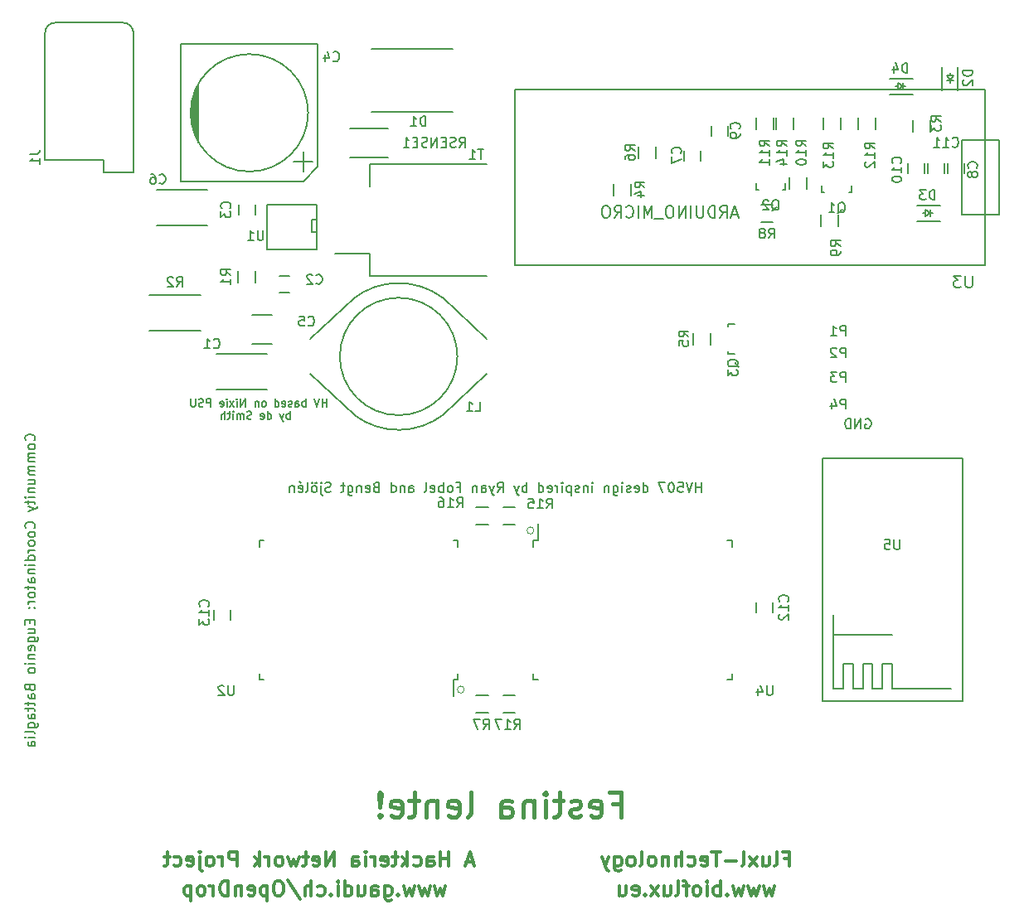
<source format=gbo>
G04 #@! TF.FileFunction,Legend,Bot*
%FSLAX46Y46*%
G04 Gerber Fmt 4.6, Leading zero omitted, Abs format (unit mm)*
G04 Created by KiCad (PCBNEW 0.201511241017+6328~38~ubuntu14.04.1-stable) date Mon 30 Nov 2015 09:24:39 AM CET*
%MOMM*%
G01*
G04 APERTURE LIST*
%ADD10C,0.100000*%
%ADD11C,0.400000*%
%ADD12C,0.150000*%
%ADD13C,0.200000*%
%ADD14C,0.300000*%
%ADD15C,0.152400*%
G04 APERTURE END LIST*
D10*
X103915210Y-91872000D02*
G75*
G03X103915210Y-91872000I-359210J0D01*
G01*
X96803210Y-108128000D02*
G75*
G03X96803210Y-108128000I-359210J0D01*
G01*
D11*
X111994095Y-119821429D02*
X112827428Y-119821429D01*
X112827428Y-121130952D02*
X112827428Y-118630952D01*
X111636952Y-118630952D01*
X109732190Y-121011905D02*
X109970285Y-121130952D01*
X110446476Y-121130952D01*
X110684571Y-121011905D01*
X110803619Y-120773810D01*
X110803619Y-119821429D01*
X110684571Y-119583333D01*
X110446476Y-119464286D01*
X109970285Y-119464286D01*
X109732190Y-119583333D01*
X109613142Y-119821429D01*
X109613142Y-120059524D01*
X110803619Y-120297619D01*
X108660762Y-121011905D02*
X108422666Y-121130952D01*
X107946476Y-121130952D01*
X107708381Y-121011905D01*
X107589333Y-120773810D01*
X107589333Y-120654762D01*
X107708381Y-120416667D01*
X107946476Y-120297619D01*
X108303619Y-120297619D01*
X108541714Y-120178571D01*
X108660762Y-119940476D01*
X108660762Y-119821429D01*
X108541714Y-119583333D01*
X108303619Y-119464286D01*
X107946476Y-119464286D01*
X107708381Y-119583333D01*
X106875047Y-119464286D02*
X105922666Y-119464286D01*
X106517904Y-118630952D02*
X106517904Y-120773810D01*
X106398856Y-121011905D01*
X106160761Y-121130952D01*
X105922666Y-121130952D01*
X105089333Y-121130952D02*
X105089333Y-119464286D01*
X105089333Y-118630952D02*
X105208381Y-118750000D01*
X105089333Y-118869048D01*
X104970285Y-118750000D01*
X105089333Y-118630952D01*
X105089333Y-118869048D01*
X103898857Y-119464286D02*
X103898857Y-121130952D01*
X103898857Y-119702381D02*
X103779809Y-119583333D01*
X103541714Y-119464286D01*
X103184571Y-119464286D01*
X102946476Y-119583333D01*
X102827428Y-119821429D01*
X102827428Y-121130952D01*
X100565523Y-121130952D02*
X100565523Y-119821429D01*
X100684571Y-119583333D01*
X100922666Y-119464286D01*
X101398857Y-119464286D01*
X101636952Y-119583333D01*
X100565523Y-121011905D02*
X100803619Y-121130952D01*
X101398857Y-121130952D01*
X101636952Y-121011905D01*
X101756000Y-120773810D01*
X101756000Y-120535714D01*
X101636952Y-120297619D01*
X101398857Y-120178571D01*
X100803619Y-120178571D01*
X100565523Y-120059524D01*
X97113142Y-121130952D02*
X97351237Y-121011905D01*
X97470285Y-120773810D01*
X97470285Y-118630952D01*
X95208380Y-121011905D02*
X95446475Y-121130952D01*
X95922666Y-121130952D01*
X96160761Y-121011905D01*
X96279809Y-120773810D01*
X96279809Y-119821429D01*
X96160761Y-119583333D01*
X95922666Y-119464286D01*
X95446475Y-119464286D01*
X95208380Y-119583333D01*
X95089332Y-119821429D01*
X95089332Y-120059524D01*
X96279809Y-120297619D01*
X94017904Y-119464286D02*
X94017904Y-121130952D01*
X94017904Y-119702381D02*
X93898856Y-119583333D01*
X93660761Y-119464286D01*
X93303618Y-119464286D01*
X93065523Y-119583333D01*
X92946475Y-119821429D01*
X92946475Y-121130952D01*
X92113142Y-119464286D02*
X91160761Y-119464286D01*
X91755999Y-118630952D02*
X91755999Y-120773810D01*
X91636951Y-121011905D01*
X91398856Y-121130952D01*
X91160761Y-121130952D01*
X89375047Y-121011905D02*
X89613142Y-121130952D01*
X90089333Y-121130952D01*
X90327428Y-121011905D01*
X90446476Y-120773810D01*
X90446476Y-119821429D01*
X90327428Y-119583333D01*
X90089333Y-119464286D01*
X89613142Y-119464286D01*
X89375047Y-119583333D01*
X89255999Y-119821429D01*
X89255999Y-120059524D01*
X90446476Y-120297619D01*
X88184571Y-120892857D02*
X88065523Y-121011905D01*
X88184571Y-121130952D01*
X88303619Y-121011905D01*
X88184571Y-120892857D01*
X88184571Y-121130952D01*
X88184571Y-120178571D02*
X88303619Y-118750000D01*
X88184571Y-118630952D01*
X88065523Y-118750000D01*
X88184571Y-120178571D01*
X88184571Y-118630952D01*
D12*
X52863143Y-82666666D02*
X52910762Y-82619047D01*
X52958381Y-82476190D01*
X52958381Y-82380952D01*
X52910762Y-82238094D01*
X52815524Y-82142856D01*
X52720286Y-82095237D01*
X52529810Y-82047618D01*
X52386952Y-82047618D01*
X52196476Y-82095237D01*
X52101238Y-82142856D01*
X52006000Y-82238094D01*
X51958381Y-82380952D01*
X51958381Y-82476190D01*
X52006000Y-82619047D01*
X52053619Y-82666666D01*
X52958381Y-83238094D02*
X52910762Y-83142856D01*
X52863143Y-83095237D01*
X52767905Y-83047618D01*
X52482190Y-83047618D01*
X52386952Y-83095237D01*
X52339333Y-83142856D01*
X52291714Y-83238094D01*
X52291714Y-83380952D01*
X52339333Y-83476190D01*
X52386952Y-83523809D01*
X52482190Y-83571428D01*
X52767905Y-83571428D01*
X52863143Y-83523809D01*
X52910762Y-83476190D01*
X52958381Y-83380952D01*
X52958381Y-83238094D01*
X52958381Y-83999999D02*
X52291714Y-83999999D01*
X52386952Y-83999999D02*
X52339333Y-84047618D01*
X52291714Y-84142856D01*
X52291714Y-84285714D01*
X52339333Y-84380952D01*
X52434571Y-84428571D01*
X52958381Y-84428571D01*
X52434571Y-84428571D02*
X52339333Y-84476190D01*
X52291714Y-84571428D01*
X52291714Y-84714285D01*
X52339333Y-84809523D01*
X52434571Y-84857142D01*
X52958381Y-84857142D01*
X52958381Y-85333332D02*
X52291714Y-85333332D01*
X52386952Y-85333332D02*
X52339333Y-85380951D01*
X52291714Y-85476189D01*
X52291714Y-85619047D01*
X52339333Y-85714285D01*
X52434571Y-85761904D01*
X52958381Y-85761904D01*
X52434571Y-85761904D02*
X52339333Y-85809523D01*
X52291714Y-85904761D01*
X52291714Y-86047618D01*
X52339333Y-86142856D01*
X52434571Y-86190475D01*
X52958381Y-86190475D01*
X52291714Y-87095237D02*
X52958381Y-87095237D01*
X52291714Y-86666665D02*
X52815524Y-86666665D01*
X52910762Y-86714284D01*
X52958381Y-86809522D01*
X52958381Y-86952380D01*
X52910762Y-87047618D01*
X52863143Y-87095237D01*
X52291714Y-87571427D02*
X52958381Y-87571427D01*
X52386952Y-87571427D02*
X52339333Y-87619046D01*
X52291714Y-87714284D01*
X52291714Y-87857142D01*
X52339333Y-87952380D01*
X52434571Y-87999999D01*
X52958381Y-87999999D01*
X52958381Y-88476189D02*
X52291714Y-88476189D01*
X51958381Y-88476189D02*
X52006000Y-88428570D01*
X52053619Y-88476189D01*
X52006000Y-88523808D01*
X51958381Y-88476189D01*
X52053619Y-88476189D01*
X52291714Y-88809522D02*
X52291714Y-89190474D01*
X51958381Y-88952379D02*
X52815524Y-88952379D01*
X52910762Y-88999998D01*
X52958381Y-89095236D01*
X52958381Y-89190474D01*
X52291714Y-89428570D02*
X52958381Y-89666665D01*
X52291714Y-89904761D02*
X52958381Y-89666665D01*
X53196476Y-89571427D01*
X53244095Y-89523808D01*
X53291714Y-89428570D01*
X52863143Y-91619047D02*
X52910762Y-91571428D01*
X52958381Y-91428571D01*
X52958381Y-91333333D01*
X52910762Y-91190475D01*
X52815524Y-91095237D01*
X52720286Y-91047618D01*
X52529810Y-90999999D01*
X52386952Y-90999999D01*
X52196476Y-91047618D01*
X52101238Y-91095237D01*
X52006000Y-91190475D01*
X51958381Y-91333333D01*
X51958381Y-91428571D01*
X52006000Y-91571428D01*
X52053619Y-91619047D01*
X52958381Y-92190475D02*
X52910762Y-92095237D01*
X52863143Y-92047618D01*
X52767905Y-91999999D01*
X52482190Y-91999999D01*
X52386952Y-92047618D01*
X52339333Y-92095237D01*
X52291714Y-92190475D01*
X52291714Y-92333333D01*
X52339333Y-92428571D01*
X52386952Y-92476190D01*
X52482190Y-92523809D01*
X52767905Y-92523809D01*
X52863143Y-92476190D01*
X52910762Y-92428571D01*
X52958381Y-92333333D01*
X52958381Y-92190475D01*
X52958381Y-93095237D02*
X52910762Y-92999999D01*
X52863143Y-92952380D01*
X52767905Y-92904761D01*
X52482190Y-92904761D01*
X52386952Y-92952380D01*
X52339333Y-92999999D01*
X52291714Y-93095237D01*
X52291714Y-93238095D01*
X52339333Y-93333333D01*
X52386952Y-93380952D01*
X52482190Y-93428571D01*
X52767905Y-93428571D01*
X52863143Y-93380952D01*
X52910762Y-93333333D01*
X52958381Y-93238095D01*
X52958381Y-93095237D01*
X52958381Y-93857142D02*
X52291714Y-93857142D01*
X52482190Y-93857142D02*
X52386952Y-93904761D01*
X52339333Y-93952380D01*
X52291714Y-94047618D01*
X52291714Y-94142857D01*
X52958381Y-94904762D02*
X51958381Y-94904762D01*
X52910762Y-94904762D02*
X52958381Y-94809524D01*
X52958381Y-94619047D01*
X52910762Y-94523809D01*
X52863143Y-94476190D01*
X52767905Y-94428571D01*
X52482190Y-94428571D01*
X52386952Y-94476190D01*
X52339333Y-94523809D01*
X52291714Y-94619047D01*
X52291714Y-94809524D01*
X52339333Y-94904762D01*
X52958381Y-95380952D02*
X52291714Y-95380952D01*
X51958381Y-95380952D02*
X52006000Y-95333333D01*
X52053619Y-95380952D01*
X52006000Y-95428571D01*
X51958381Y-95380952D01*
X52053619Y-95380952D01*
X52291714Y-95857142D02*
X52958381Y-95857142D01*
X52386952Y-95857142D02*
X52339333Y-95904761D01*
X52291714Y-95999999D01*
X52291714Y-96142857D01*
X52339333Y-96238095D01*
X52434571Y-96285714D01*
X52958381Y-96285714D01*
X52958381Y-97190476D02*
X52434571Y-97190476D01*
X52339333Y-97142857D01*
X52291714Y-97047619D01*
X52291714Y-96857142D01*
X52339333Y-96761904D01*
X52910762Y-97190476D02*
X52958381Y-97095238D01*
X52958381Y-96857142D01*
X52910762Y-96761904D01*
X52815524Y-96714285D01*
X52720286Y-96714285D01*
X52625048Y-96761904D01*
X52577429Y-96857142D01*
X52577429Y-97095238D01*
X52529810Y-97190476D01*
X52291714Y-97523809D02*
X52291714Y-97904761D01*
X51958381Y-97666666D02*
X52815524Y-97666666D01*
X52910762Y-97714285D01*
X52958381Y-97809523D01*
X52958381Y-97904761D01*
X52958381Y-98380952D02*
X52910762Y-98285714D01*
X52863143Y-98238095D01*
X52767905Y-98190476D01*
X52482190Y-98190476D01*
X52386952Y-98238095D01*
X52339333Y-98285714D01*
X52291714Y-98380952D01*
X52291714Y-98523810D01*
X52339333Y-98619048D01*
X52386952Y-98666667D01*
X52482190Y-98714286D01*
X52767905Y-98714286D01*
X52863143Y-98666667D01*
X52910762Y-98619048D01*
X52958381Y-98523810D01*
X52958381Y-98380952D01*
X52958381Y-99142857D02*
X52291714Y-99142857D01*
X52482190Y-99142857D02*
X52386952Y-99190476D01*
X52339333Y-99238095D01*
X52291714Y-99333333D01*
X52291714Y-99428572D01*
X52863143Y-99761905D02*
X52910762Y-99809524D01*
X52958381Y-99761905D01*
X52910762Y-99714286D01*
X52863143Y-99761905D01*
X52958381Y-99761905D01*
X52339333Y-99761905D02*
X52386952Y-99809524D01*
X52434571Y-99761905D01*
X52386952Y-99714286D01*
X52339333Y-99761905D01*
X52434571Y-99761905D01*
X52434571Y-101000000D02*
X52434571Y-101333334D01*
X52958381Y-101476191D02*
X52958381Y-101000000D01*
X51958381Y-101000000D01*
X51958381Y-101476191D01*
X52291714Y-102333334D02*
X52958381Y-102333334D01*
X52291714Y-101904762D02*
X52815524Y-101904762D01*
X52910762Y-101952381D01*
X52958381Y-102047619D01*
X52958381Y-102190477D01*
X52910762Y-102285715D01*
X52863143Y-102333334D01*
X52291714Y-103238096D02*
X53101238Y-103238096D01*
X53196476Y-103190477D01*
X53244095Y-103142858D01*
X53291714Y-103047619D01*
X53291714Y-102904762D01*
X53244095Y-102809524D01*
X52910762Y-103238096D02*
X52958381Y-103142858D01*
X52958381Y-102952381D01*
X52910762Y-102857143D01*
X52863143Y-102809524D01*
X52767905Y-102761905D01*
X52482190Y-102761905D01*
X52386952Y-102809524D01*
X52339333Y-102857143D01*
X52291714Y-102952381D01*
X52291714Y-103142858D01*
X52339333Y-103238096D01*
X52910762Y-104095239D02*
X52958381Y-104000001D01*
X52958381Y-103809524D01*
X52910762Y-103714286D01*
X52815524Y-103666667D01*
X52434571Y-103666667D01*
X52339333Y-103714286D01*
X52291714Y-103809524D01*
X52291714Y-104000001D01*
X52339333Y-104095239D01*
X52434571Y-104142858D01*
X52529810Y-104142858D01*
X52625048Y-103666667D01*
X52291714Y-104571429D02*
X52958381Y-104571429D01*
X52386952Y-104571429D02*
X52339333Y-104619048D01*
X52291714Y-104714286D01*
X52291714Y-104857144D01*
X52339333Y-104952382D01*
X52434571Y-105000001D01*
X52958381Y-105000001D01*
X52958381Y-105476191D02*
X52291714Y-105476191D01*
X51958381Y-105476191D02*
X52006000Y-105428572D01*
X52053619Y-105476191D01*
X52006000Y-105523810D01*
X51958381Y-105476191D01*
X52053619Y-105476191D01*
X52958381Y-106095238D02*
X52910762Y-106000000D01*
X52863143Y-105952381D01*
X52767905Y-105904762D01*
X52482190Y-105904762D01*
X52386952Y-105952381D01*
X52339333Y-106000000D01*
X52291714Y-106095238D01*
X52291714Y-106238096D01*
X52339333Y-106333334D01*
X52386952Y-106380953D01*
X52482190Y-106428572D01*
X52767905Y-106428572D01*
X52863143Y-106380953D01*
X52910762Y-106333334D01*
X52958381Y-106238096D01*
X52958381Y-106095238D01*
X52434571Y-107952382D02*
X52482190Y-108095239D01*
X52529810Y-108142858D01*
X52625048Y-108190477D01*
X52767905Y-108190477D01*
X52863143Y-108142858D01*
X52910762Y-108095239D01*
X52958381Y-108000001D01*
X52958381Y-107619048D01*
X51958381Y-107619048D01*
X51958381Y-107952382D01*
X52006000Y-108047620D01*
X52053619Y-108095239D01*
X52148857Y-108142858D01*
X52244095Y-108142858D01*
X52339333Y-108095239D01*
X52386952Y-108047620D01*
X52434571Y-107952382D01*
X52434571Y-107619048D01*
X52958381Y-109047620D02*
X52434571Y-109047620D01*
X52339333Y-109000001D01*
X52291714Y-108904763D01*
X52291714Y-108714286D01*
X52339333Y-108619048D01*
X52910762Y-109047620D02*
X52958381Y-108952382D01*
X52958381Y-108714286D01*
X52910762Y-108619048D01*
X52815524Y-108571429D01*
X52720286Y-108571429D01*
X52625048Y-108619048D01*
X52577429Y-108714286D01*
X52577429Y-108952382D01*
X52529810Y-109047620D01*
X52291714Y-109380953D02*
X52291714Y-109761905D01*
X51958381Y-109523810D02*
X52815524Y-109523810D01*
X52910762Y-109571429D01*
X52958381Y-109666667D01*
X52958381Y-109761905D01*
X52291714Y-109952382D02*
X52291714Y-110333334D01*
X51958381Y-110095239D02*
X52815524Y-110095239D01*
X52910762Y-110142858D01*
X52958381Y-110238096D01*
X52958381Y-110333334D01*
X52958381Y-111095240D02*
X52434571Y-111095240D01*
X52339333Y-111047621D01*
X52291714Y-110952383D01*
X52291714Y-110761906D01*
X52339333Y-110666668D01*
X52910762Y-111095240D02*
X52958381Y-111000002D01*
X52958381Y-110761906D01*
X52910762Y-110666668D01*
X52815524Y-110619049D01*
X52720286Y-110619049D01*
X52625048Y-110666668D01*
X52577429Y-110761906D01*
X52577429Y-111000002D01*
X52529810Y-111095240D01*
X52291714Y-112000002D02*
X53101238Y-112000002D01*
X53196476Y-111952383D01*
X53244095Y-111904764D01*
X53291714Y-111809525D01*
X53291714Y-111666668D01*
X53244095Y-111571430D01*
X52910762Y-112000002D02*
X52958381Y-111904764D01*
X52958381Y-111714287D01*
X52910762Y-111619049D01*
X52863143Y-111571430D01*
X52767905Y-111523811D01*
X52482190Y-111523811D01*
X52386952Y-111571430D01*
X52339333Y-111619049D01*
X52291714Y-111714287D01*
X52291714Y-111904764D01*
X52339333Y-112000002D01*
X52958381Y-112619049D02*
X52910762Y-112523811D01*
X52815524Y-112476192D01*
X51958381Y-112476192D01*
X52958381Y-113000002D02*
X52291714Y-113000002D01*
X51958381Y-113000002D02*
X52006000Y-112952383D01*
X52053619Y-113000002D01*
X52006000Y-113047621D01*
X51958381Y-113000002D01*
X52053619Y-113000002D01*
X52958381Y-113904764D02*
X52434571Y-113904764D01*
X52339333Y-113857145D01*
X52291714Y-113761907D01*
X52291714Y-113571430D01*
X52339333Y-113476192D01*
X52910762Y-113904764D02*
X52958381Y-113809526D01*
X52958381Y-113571430D01*
X52910762Y-113476192D01*
X52815524Y-113428573D01*
X52720286Y-113428573D01*
X52625048Y-113476192D01*
X52577429Y-113571430D01*
X52577429Y-113809526D01*
X52529810Y-113904764D01*
D13*
X121029812Y-87952381D02*
X121029812Y-86952381D01*
X121029812Y-87428571D02*
X120458383Y-87428571D01*
X120458383Y-87952381D02*
X120458383Y-86952381D01*
X120125050Y-86952381D02*
X119791717Y-87952381D01*
X119458383Y-86952381D01*
X118648859Y-86952381D02*
X119125050Y-86952381D01*
X119172669Y-87428571D01*
X119125050Y-87380952D01*
X119029812Y-87333333D01*
X118791716Y-87333333D01*
X118696478Y-87380952D01*
X118648859Y-87428571D01*
X118601240Y-87523810D01*
X118601240Y-87761905D01*
X118648859Y-87857143D01*
X118696478Y-87904762D01*
X118791716Y-87952381D01*
X119029812Y-87952381D01*
X119125050Y-87904762D01*
X119172669Y-87857143D01*
X117982193Y-86952381D02*
X117886954Y-86952381D01*
X117791716Y-87000000D01*
X117744097Y-87047619D01*
X117696478Y-87142857D01*
X117648859Y-87333333D01*
X117648859Y-87571429D01*
X117696478Y-87761905D01*
X117744097Y-87857143D01*
X117791716Y-87904762D01*
X117886954Y-87952381D01*
X117982193Y-87952381D01*
X118077431Y-87904762D01*
X118125050Y-87857143D01*
X118172669Y-87761905D01*
X118220288Y-87571429D01*
X118220288Y-87333333D01*
X118172669Y-87142857D01*
X118125050Y-87047619D01*
X118077431Y-87000000D01*
X117982193Y-86952381D01*
X117315526Y-86952381D02*
X116648859Y-86952381D01*
X117077431Y-87952381D01*
X115077430Y-87952381D02*
X115077430Y-86952381D01*
X115077430Y-87904762D02*
X115172668Y-87952381D01*
X115363145Y-87952381D01*
X115458383Y-87904762D01*
X115506002Y-87857143D01*
X115553621Y-87761905D01*
X115553621Y-87476190D01*
X115506002Y-87380952D01*
X115458383Y-87333333D01*
X115363145Y-87285714D01*
X115172668Y-87285714D01*
X115077430Y-87333333D01*
X114220287Y-87904762D02*
X114315525Y-87952381D01*
X114506002Y-87952381D01*
X114601240Y-87904762D01*
X114648859Y-87809524D01*
X114648859Y-87428571D01*
X114601240Y-87333333D01*
X114506002Y-87285714D01*
X114315525Y-87285714D01*
X114220287Y-87333333D01*
X114172668Y-87428571D01*
X114172668Y-87523810D01*
X114648859Y-87619048D01*
X113791716Y-87904762D02*
X113696478Y-87952381D01*
X113506002Y-87952381D01*
X113410763Y-87904762D01*
X113363144Y-87809524D01*
X113363144Y-87761905D01*
X113410763Y-87666667D01*
X113506002Y-87619048D01*
X113648859Y-87619048D01*
X113744097Y-87571429D01*
X113791716Y-87476190D01*
X113791716Y-87428571D01*
X113744097Y-87333333D01*
X113648859Y-87285714D01*
X113506002Y-87285714D01*
X113410763Y-87333333D01*
X112934573Y-87952381D02*
X112934573Y-87285714D01*
X112934573Y-86952381D02*
X112982192Y-87000000D01*
X112934573Y-87047619D01*
X112886954Y-87000000D01*
X112934573Y-86952381D01*
X112934573Y-87047619D01*
X112029811Y-87285714D02*
X112029811Y-88095238D01*
X112077430Y-88190476D01*
X112125049Y-88238095D01*
X112220288Y-88285714D01*
X112363145Y-88285714D01*
X112458383Y-88238095D01*
X112029811Y-87904762D02*
X112125049Y-87952381D01*
X112315526Y-87952381D01*
X112410764Y-87904762D01*
X112458383Y-87857143D01*
X112506002Y-87761905D01*
X112506002Y-87476190D01*
X112458383Y-87380952D01*
X112410764Y-87333333D01*
X112315526Y-87285714D01*
X112125049Y-87285714D01*
X112029811Y-87333333D01*
X111553621Y-87285714D02*
X111553621Y-87952381D01*
X111553621Y-87380952D02*
X111506002Y-87333333D01*
X111410764Y-87285714D01*
X111267906Y-87285714D01*
X111172668Y-87333333D01*
X111125049Y-87428571D01*
X111125049Y-87952381D01*
X109886954Y-87952381D02*
X109886954Y-87285714D01*
X109886954Y-86952381D02*
X109934573Y-87000000D01*
X109886954Y-87047619D01*
X109839335Y-87000000D01*
X109886954Y-86952381D01*
X109886954Y-87047619D01*
X109410764Y-87285714D02*
X109410764Y-87952381D01*
X109410764Y-87380952D02*
X109363145Y-87333333D01*
X109267907Y-87285714D01*
X109125049Y-87285714D01*
X109029811Y-87333333D01*
X108982192Y-87428571D01*
X108982192Y-87952381D01*
X108553621Y-87904762D02*
X108458383Y-87952381D01*
X108267907Y-87952381D01*
X108172668Y-87904762D01*
X108125049Y-87809524D01*
X108125049Y-87761905D01*
X108172668Y-87666667D01*
X108267907Y-87619048D01*
X108410764Y-87619048D01*
X108506002Y-87571429D01*
X108553621Y-87476190D01*
X108553621Y-87428571D01*
X108506002Y-87333333D01*
X108410764Y-87285714D01*
X108267907Y-87285714D01*
X108172668Y-87333333D01*
X107696478Y-87285714D02*
X107696478Y-88285714D01*
X107696478Y-87333333D02*
X107601240Y-87285714D01*
X107410763Y-87285714D01*
X107315525Y-87333333D01*
X107267906Y-87380952D01*
X107220287Y-87476190D01*
X107220287Y-87761905D01*
X107267906Y-87857143D01*
X107315525Y-87904762D01*
X107410763Y-87952381D01*
X107601240Y-87952381D01*
X107696478Y-87904762D01*
X106791716Y-87952381D02*
X106791716Y-87285714D01*
X106791716Y-86952381D02*
X106839335Y-87000000D01*
X106791716Y-87047619D01*
X106744097Y-87000000D01*
X106791716Y-86952381D01*
X106791716Y-87047619D01*
X106315526Y-87952381D02*
X106315526Y-87285714D01*
X106315526Y-87476190D02*
X106267907Y-87380952D01*
X106220288Y-87333333D01*
X106125050Y-87285714D01*
X106029811Y-87285714D01*
X105315525Y-87904762D02*
X105410763Y-87952381D01*
X105601240Y-87952381D01*
X105696478Y-87904762D01*
X105744097Y-87809524D01*
X105744097Y-87428571D01*
X105696478Y-87333333D01*
X105601240Y-87285714D01*
X105410763Y-87285714D01*
X105315525Y-87333333D01*
X105267906Y-87428571D01*
X105267906Y-87523810D01*
X105744097Y-87619048D01*
X104410763Y-87952381D02*
X104410763Y-86952381D01*
X104410763Y-87904762D02*
X104506001Y-87952381D01*
X104696478Y-87952381D01*
X104791716Y-87904762D01*
X104839335Y-87857143D01*
X104886954Y-87761905D01*
X104886954Y-87476190D01*
X104839335Y-87380952D01*
X104791716Y-87333333D01*
X104696478Y-87285714D01*
X104506001Y-87285714D01*
X104410763Y-87333333D01*
X103172668Y-87952381D02*
X103172668Y-86952381D01*
X103172668Y-87333333D02*
X103077430Y-87285714D01*
X102886953Y-87285714D01*
X102791715Y-87333333D01*
X102744096Y-87380952D01*
X102696477Y-87476190D01*
X102696477Y-87761905D01*
X102744096Y-87857143D01*
X102791715Y-87904762D01*
X102886953Y-87952381D01*
X103077430Y-87952381D01*
X103172668Y-87904762D01*
X102363144Y-87285714D02*
X102125049Y-87952381D01*
X101886953Y-87285714D02*
X102125049Y-87952381D01*
X102220287Y-88190476D01*
X102267906Y-88238095D01*
X102363144Y-88285714D01*
X100172667Y-87952381D02*
X100506001Y-87476190D01*
X100744096Y-87952381D02*
X100744096Y-86952381D01*
X100363143Y-86952381D01*
X100267905Y-87000000D01*
X100220286Y-87047619D01*
X100172667Y-87142857D01*
X100172667Y-87285714D01*
X100220286Y-87380952D01*
X100267905Y-87428571D01*
X100363143Y-87476190D01*
X100744096Y-87476190D01*
X99839334Y-87285714D02*
X99601239Y-87952381D01*
X99363143Y-87285714D02*
X99601239Y-87952381D01*
X99696477Y-88190476D01*
X99744096Y-88238095D01*
X99839334Y-88285714D01*
X98553619Y-87952381D02*
X98553619Y-87428571D01*
X98601238Y-87333333D01*
X98696476Y-87285714D01*
X98886953Y-87285714D01*
X98982191Y-87333333D01*
X98553619Y-87904762D02*
X98648857Y-87952381D01*
X98886953Y-87952381D01*
X98982191Y-87904762D01*
X99029810Y-87809524D01*
X99029810Y-87714286D01*
X98982191Y-87619048D01*
X98886953Y-87571429D01*
X98648857Y-87571429D01*
X98553619Y-87523810D01*
X98077429Y-87285714D02*
X98077429Y-87952381D01*
X98077429Y-87380952D02*
X98029810Y-87333333D01*
X97934572Y-87285714D01*
X97791714Y-87285714D01*
X97696476Y-87333333D01*
X97648857Y-87428571D01*
X97648857Y-87952381D01*
X96077428Y-87428571D02*
X96410762Y-87428571D01*
X96410762Y-87952381D02*
X96410762Y-86952381D01*
X95934571Y-86952381D01*
X95410762Y-87952381D02*
X95506000Y-87904762D01*
X95553619Y-87857143D01*
X95601238Y-87761905D01*
X95601238Y-87476190D01*
X95553619Y-87380952D01*
X95506000Y-87333333D01*
X95410762Y-87285714D01*
X95267904Y-87285714D01*
X95172666Y-87333333D01*
X95125047Y-87380952D01*
X95077428Y-87476190D01*
X95077428Y-87761905D01*
X95125047Y-87857143D01*
X95172666Y-87904762D01*
X95267904Y-87952381D01*
X95410762Y-87952381D01*
X94648857Y-87952381D02*
X94648857Y-86952381D01*
X94648857Y-87333333D02*
X94553619Y-87285714D01*
X94363142Y-87285714D01*
X94267904Y-87333333D01*
X94220285Y-87380952D01*
X94172666Y-87476190D01*
X94172666Y-87761905D01*
X94220285Y-87857143D01*
X94267904Y-87904762D01*
X94363142Y-87952381D01*
X94553619Y-87952381D01*
X94648857Y-87904762D01*
X93363142Y-87904762D02*
X93458380Y-87952381D01*
X93648857Y-87952381D01*
X93744095Y-87904762D01*
X93791714Y-87809524D01*
X93791714Y-87428571D01*
X93744095Y-87333333D01*
X93648857Y-87285714D01*
X93458380Y-87285714D01*
X93363142Y-87333333D01*
X93315523Y-87428571D01*
X93315523Y-87523810D01*
X93791714Y-87619048D01*
X92744095Y-87952381D02*
X92839333Y-87904762D01*
X92886952Y-87809524D01*
X92886952Y-86952381D01*
X91172665Y-87952381D02*
X91172665Y-87428571D01*
X91220284Y-87333333D01*
X91315522Y-87285714D01*
X91505999Y-87285714D01*
X91601237Y-87333333D01*
X91172665Y-87904762D02*
X91267903Y-87952381D01*
X91505999Y-87952381D01*
X91601237Y-87904762D01*
X91648856Y-87809524D01*
X91648856Y-87714286D01*
X91601237Y-87619048D01*
X91505999Y-87571429D01*
X91267903Y-87571429D01*
X91172665Y-87523810D01*
X90696475Y-87285714D02*
X90696475Y-87952381D01*
X90696475Y-87380952D02*
X90648856Y-87333333D01*
X90553618Y-87285714D01*
X90410760Y-87285714D01*
X90315522Y-87333333D01*
X90267903Y-87428571D01*
X90267903Y-87952381D01*
X89363141Y-87952381D02*
X89363141Y-86952381D01*
X89363141Y-87904762D02*
X89458379Y-87952381D01*
X89648856Y-87952381D01*
X89744094Y-87904762D01*
X89791713Y-87857143D01*
X89839332Y-87761905D01*
X89839332Y-87476190D01*
X89791713Y-87380952D01*
X89744094Y-87333333D01*
X89648856Y-87285714D01*
X89458379Y-87285714D01*
X89363141Y-87333333D01*
X87791712Y-87428571D02*
X87648855Y-87476190D01*
X87601236Y-87523810D01*
X87553617Y-87619048D01*
X87553617Y-87761905D01*
X87601236Y-87857143D01*
X87648855Y-87904762D01*
X87744093Y-87952381D01*
X88125046Y-87952381D01*
X88125046Y-86952381D01*
X87791712Y-86952381D01*
X87696474Y-87000000D01*
X87648855Y-87047619D01*
X87601236Y-87142857D01*
X87601236Y-87238095D01*
X87648855Y-87333333D01*
X87696474Y-87380952D01*
X87791712Y-87428571D01*
X88125046Y-87428571D01*
X86744093Y-87904762D02*
X86839331Y-87952381D01*
X87029808Y-87952381D01*
X87125046Y-87904762D01*
X87172665Y-87809524D01*
X87172665Y-87428571D01*
X87125046Y-87333333D01*
X87029808Y-87285714D01*
X86839331Y-87285714D01*
X86744093Y-87333333D01*
X86696474Y-87428571D01*
X86696474Y-87523810D01*
X87172665Y-87619048D01*
X86267903Y-87285714D02*
X86267903Y-87952381D01*
X86267903Y-87380952D02*
X86220284Y-87333333D01*
X86125046Y-87285714D01*
X85982188Y-87285714D01*
X85886950Y-87333333D01*
X85839331Y-87428571D01*
X85839331Y-87952381D01*
X84934569Y-87285714D02*
X84934569Y-88095238D01*
X84982188Y-88190476D01*
X85029807Y-88238095D01*
X85125046Y-88285714D01*
X85267903Y-88285714D01*
X85363141Y-88238095D01*
X84934569Y-87904762D02*
X85029807Y-87952381D01*
X85220284Y-87952381D01*
X85315522Y-87904762D01*
X85363141Y-87857143D01*
X85410760Y-87761905D01*
X85410760Y-87476190D01*
X85363141Y-87380952D01*
X85315522Y-87333333D01*
X85220284Y-87285714D01*
X85029807Y-87285714D01*
X84934569Y-87333333D01*
X84601236Y-87285714D02*
X84220284Y-87285714D01*
X84458379Y-86952381D02*
X84458379Y-87809524D01*
X84410760Y-87904762D01*
X84315522Y-87952381D01*
X84220284Y-87952381D01*
X83172664Y-87904762D02*
X83029807Y-87952381D01*
X82791711Y-87952381D01*
X82696473Y-87904762D01*
X82648854Y-87857143D01*
X82601235Y-87761905D01*
X82601235Y-87666667D01*
X82648854Y-87571429D01*
X82696473Y-87523810D01*
X82791711Y-87476190D01*
X82982188Y-87428571D01*
X83077426Y-87380952D01*
X83125045Y-87333333D01*
X83172664Y-87238095D01*
X83172664Y-87142857D01*
X83125045Y-87047619D01*
X83077426Y-87000000D01*
X82982188Y-86952381D01*
X82744092Y-86952381D01*
X82601235Y-87000000D01*
X82172664Y-87285714D02*
X82172664Y-88142857D01*
X82220283Y-88238095D01*
X82315521Y-88285714D01*
X82363140Y-88285714D01*
X82172664Y-86952381D02*
X82220283Y-87000000D01*
X82172664Y-87047619D01*
X82125045Y-87000000D01*
X82172664Y-86952381D01*
X82172664Y-87047619D01*
X81553617Y-87952381D02*
X81648855Y-87904762D01*
X81696474Y-87857143D01*
X81744093Y-87761905D01*
X81744093Y-87476190D01*
X81696474Y-87380952D01*
X81648855Y-87333333D01*
X81553617Y-87285714D01*
X81410759Y-87285714D01*
X81315521Y-87333333D01*
X81267902Y-87380952D01*
X81220283Y-87476190D01*
X81220283Y-87761905D01*
X81267902Y-87857143D01*
X81315521Y-87904762D01*
X81410759Y-87952381D01*
X81553617Y-87952381D01*
X81648855Y-86952381D02*
X81601236Y-87000000D01*
X81648855Y-87047619D01*
X81696474Y-87000000D01*
X81648855Y-86952381D01*
X81648855Y-87047619D01*
X81267902Y-86952381D02*
X81220283Y-87000000D01*
X81267902Y-87047619D01*
X81315521Y-87000000D01*
X81267902Y-86952381D01*
X81267902Y-87047619D01*
X80648855Y-87952381D02*
X80744093Y-87904762D01*
X80791712Y-87809524D01*
X80791712Y-86952381D01*
X79886949Y-87904762D02*
X79982187Y-87952381D01*
X80172664Y-87952381D01*
X80267902Y-87904762D01*
X80315521Y-87809524D01*
X80315521Y-87428571D01*
X80267902Y-87333333D01*
X80172664Y-87285714D01*
X79982187Y-87285714D01*
X79886949Y-87333333D01*
X79839330Y-87428571D01*
X79839330Y-87523810D01*
X80315521Y-87619048D01*
X79982187Y-86904762D02*
X80125045Y-87047619D01*
X79410759Y-87285714D02*
X79410759Y-87952381D01*
X79410759Y-87380952D02*
X79363140Y-87333333D01*
X79267902Y-87285714D01*
X79125044Y-87285714D01*
X79029806Y-87333333D01*
X78982187Y-87428571D01*
X78982187Y-87952381D01*
D12*
X82744096Y-79226905D02*
X82744096Y-78426905D01*
X82744096Y-78807857D02*
X82286953Y-78807857D01*
X82286953Y-79226905D02*
X82286953Y-78426905D01*
X82020287Y-78426905D02*
X81753620Y-79226905D01*
X81486953Y-78426905D01*
X80610763Y-79226905D02*
X80610763Y-78426905D01*
X80610763Y-78731667D02*
X80534572Y-78693571D01*
X80382191Y-78693571D01*
X80306001Y-78731667D01*
X80267906Y-78769762D01*
X80229810Y-78845952D01*
X80229810Y-79074524D01*
X80267906Y-79150714D01*
X80306001Y-79188810D01*
X80382191Y-79226905D01*
X80534572Y-79226905D01*
X80610763Y-79188810D01*
X79544096Y-79226905D02*
X79544096Y-78807857D01*
X79582191Y-78731667D01*
X79658381Y-78693571D01*
X79810762Y-78693571D01*
X79886953Y-78731667D01*
X79544096Y-79188810D02*
X79620286Y-79226905D01*
X79810762Y-79226905D01*
X79886953Y-79188810D01*
X79925048Y-79112619D01*
X79925048Y-79036429D01*
X79886953Y-78960238D01*
X79810762Y-78922143D01*
X79620286Y-78922143D01*
X79544096Y-78884048D01*
X79201238Y-79188810D02*
X79125048Y-79226905D01*
X78972667Y-79226905D01*
X78896476Y-79188810D01*
X78858381Y-79112619D01*
X78858381Y-79074524D01*
X78896476Y-78998333D01*
X78972667Y-78960238D01*
X79086952Y-78960238D01*
X79163143Y-78922143D01*
X79201238Y-78845952D01*
X79201238Y-78807857D01*
X79163143Y-78731667D01*
X79086952Y-78693571D01*
X78972667Y-78693571D01*
X78896476Y-78731667D01*
X78210762Y-79188810D02*
X78286952Y-79226905D01*
X78439333Y-79226905D01*
X78515524Y-79188810D01*
X78553619Y-79112619D01*
X78553619Y-78807857D01*
X78515524Y-78731667D01*
X78439333Y-78693571D01*
X78286952Y-78693571D01*
X78210762Y-78731667D01*
X78172667Y-78807857D01*
X78172667Y-78884048D01*
X78553619Y-78960238D01*
X77486953Y-79226905D02*
X77486953Y-78426905D01*
X77486953Y-79188810D02*
X77563143Y-79226905D01*
X77715524Y-79226905D01*
X77791715Y-79188810D01*
X77829810Y-79150714D01*
X77867905Y-79074524D01*
X77867905Y-78845952D01*
X77829810Y-78769762D01*
X77791715Y-78731667D01*
X77715524Y-78693571D01*
X77563143Y-78693571D01*
X77486953Y-78731667D01*
X76382190Y-79226905D02*
X76458381Y-79188810D01*
X76496476Y-79150714D01*
X76534571Y-79074524D01*
X76534571Y-78845952D01*
X76496476Y-78769762D01*
X76458381Y-78731667D01*
X76382190Y-78693571D01*
X76267904Y-78693571D01*
X76191714Y-78731667D01*
X76153619Y-78769762D01*
X76115523Y-78845952D01*
X76115523Y-79074524D01*
X76153619Y-79150714D01*
X76191714Y-79188810D01*
X76267904Y-79226905D01*
X76382190Y-79226905D01*
X75772666Y-78693571D02*
X75772666Y-79226905D01*
X75772666Y-78769762D02*
X75734571Y-78731667D01*
X75658380Y-78693571D01*
X75544094Y-78693571D01*
X75467904Y-78731667D01*
X75429809Y-78807857D01*
X75429809Y-79226905D01*
X74439332Y-79226905D02*
X74439332Y-78426905D01*
X73982189Y-79226905D01*
X73982189Y-78426905D01*
X73601237Y-79226905D02*
X73601237Y-78693571D01*
X73601237Y-78426905D02*
X73639332Y-78465000D01*
X73601237Y-78503095D01*
X73563142Y-78465000D01*
X73601237Y-78426905D01*
X73601237Y-78503095D01*
X73296475Y-79226905D02*
X72877428Y-78693571D01*
X73296475Y-78693571D02*
X72877428Y-79226905D01*
X72572666Y-79226905D02*
X72572666Y-78693571D01*
X72572666Y-78426905D02*
X72610761Y-78465000D01*
X72572666Y-78503095D01*
X72534571Y-78465000D01*
X72572666Y-78426905D01*
X72572666Y-78503095D01*
X71886952Y-79188810D02*
X71963142Y-79226905D01*
X72115523Y-79226905D01*
X72191714Y-79188810D01*
X72229809Y-79112619D01*
X72229809Y-78807857D01*
X72191714Y-78731667D01*
X72115523Y-78693571D01*
X71963142Y-78693571D01*
X71886952Y-78731667D01*
X71848857Y-78807857D01*
X71848857Y-78884048D01*
X72229809Y-78960238D01*
X70896476Y-79226905D02*
X70896476Y-78426905D01*
X70591714Y-78426905D01*
X70515523Y-78465000D01*
X70477428Y-78503095D01*
X70439333Y-78579286D01*
X70439333Y-78693571D01*
X70477428Y-78769762D01*
X70515523Y-78807857D01*
X70591714Y-78845952D01*
X70896476Y-78845952D01*
X70134571Y-79188810D02*
X70020285Y-79226905D01*
X69829809Y-79226905D01*
X69753619Y-79188810D01*
X69715523Y-79150714D01*
X69677428Y-79074524D01*
X69677428Y-78998333D01*
X69715523Y-78922143D01*
X69753619Y-78884048D01*
X69829809Y-78845952D01*
X69982190Y-78807857D01*
X70058381Y-78769762D01*
X70096476Y-78731667D01*
X70134571Y-78655476D01*
X70134571Y-78579286D01*
X70096476Y-78503095D01*
X70058381Y-78465000D01*
X69982190Y-78426905D01*
X69791714Y-78426905D01*
X69677428Y-78465000D01*
X69334571Y-78426905D02*
X69334571Y-79074524D01*
X69296476Y-79150714D01*
X69258380Y-79188810D01*
X69182190Y-79226905D01*
X69029809Y-79226905D01*
X68953618Y-79188810D01*
X68915523Y-79150714D01*
X68877428Y-79074524D01*
X68877428Y-78426905D01*
X78991715Y-80496905D02*
X78991715Y-79696905D01*
X78991715Y-80001667D02*
X78915524Y-79963571D01*
X78763143Y-79963571D01*
X78686953Y-80001667D01*
X78648858Y-80039762D01*
X78610762Y-80115952D01*
X78610762Y-80344524D01*
X78648858Y-80420714D01*
X78686953Y-80458810D01*
X78763143Y-80496905D01*
X78915524Y-80496905D01*
X78991715Y-80458810D01*
X78344095Y-79963571D02*
X78153619Y-80496905D01*
X77963143Y-79963571D02*
X78153619Y-80496905D01*
X78229810Y-80687381D01*
X78267905Y-80725476D01*
X78344095Y-80763571D01*
X76706000Y-80496905D02*
X76706000Y-79696905D01*
X76706000Y-80458810D02*
X76782190Y-80496905D01*
X76934571Y-80496905D01*
X77010762Y-80458810D01*
X77048857Y-80420714D01*
X77086952Y-80344524D01*
X77086952Y-80115952D01*
X77048857Y-80039762D01*
X77010762Y-80001667D01*
X76934571Y-79963571D01*
X76782190Y-79963571D01*
X76706000Y-80001667D01*
X76020285Y-80458810D02*
X76096475Y-80496905D01*
X76248856Y-80496905D01*
X76325047Y-80458810D01*
X76363142Y-80382619D01*
X76363142Y-80077857D01*
X76325047Y-80001667D01*
X76248856Y-79963571D01*
X76096475Y-79963571D01*
X76020285Y-80001667D01*
X75982190Y-80077857D01*
X75982190Y-80154048D01*
X76363142Y-80230238D01*
X75067904Y-80458810D02*
X74953618Y-80496905D01*
X74763142Y-80496905D01*
X74686952Y-80458810D01*
X74648856Y-80420714D01*
X74610761Y-80344524D01*
X74610761Y-80268333D01*
X74648856Y-80192143D01*
X74686952Y-80154048D01*
X74763142Y-80115952D01*
X74915523Y-80077857D01*
X74991714Y-80039762D01*
X75029809Y-80001667D01*
X75067904Y-79925476D01*
X75067904Y-79849286D01*
X75029809Y-79773095D01*
X74991714Y-79735000D01*
X74915523Y-79696905D01*
X74725047Y-79696905D01*
X74610761Y-79735000D01*
X74267904Y-80496905D02*
X74267904Y-79963571D01*
X74267904Y-80039762D02*
X74229809Y-80001667D01*
X74153618Y-79963571D01*
X74039332Y-79963571D01*
X73963142Y-80001667D01*
X73925047Y-80077857D01*
X73925047Y-80496905D01*
X73925047Y-80077857D02*
X73886951Y-80001667D01*
X73810761Y-79963571D01*
X73696475Y-79963571D01*
X73620285Y-80001667D01*
X73582190Y-80077857D01*
X73582190Y-80496905D01*
X73201237Y-80496905D02*
X73201237Y-79963571D01*
X73201237Y-79696905D02*
X73239332Y-79735000D01*
X73201237Y-79773095D01*
X73163142Y-79735000D01*
X73201237Y-79696905D01*
X73201237Y-79773095D01*
X72934571Y-79963571D02*
X72629809Y-79963571D01*
X72820285Y-79696905D02*
X72820285Y-80382619D01*
X72782190Y-80458810D01*
X72705999Y-80496905D01*
X72629809Y-80496905D01*
X72363142Y-80496905D02*
X72363142Y-79696905D01*
X72020285Y-80496905D02*
X72020285Y-80077857D01*
X72058380Y-80001667D01*
X72134570Y-79963571D01*
X72248856Y-79963571D01*
X72325047Y-80001667D01*
X72363142Y-80039762D01*
D13*
X137767904Y-80500000D02*
X137863142Y-80452381D01*
X138005999Y-80452381D01*
X138148857Y-80500000D01*
X138244095Y-80595238D01*
X138291714Y-80690476D01*
X138339333Y-80880952D01*
X138339333Y-81023810D01*
X138291714Y-81214286D01*
X138244095Y-81309524D01*
X138148857Y-81404762D01*
X138005999Y-81452381D01*
X137910761Y-81452381D01*
X137767904Y-81404762D01*
X137720285Y-81357143D01*
X137720285Y-81023810D01*
X137910761Y-81023810D01*
X137291714Y-81452381D02*
X137291714Y-80452381D01*
X136720285Y-81452381D01*
X136720285Y-80452381D01*
X136244095Y-81452381D02*
X136244095Y-80452381D01*
X136006000Y-80452381D01*
X135863142Y-80500000D01*
X135767904Y-80595238D01*
X135720285Y-80690476D01*
X135672666Y-80880952D01*
X135672666Y-81023810D01*
X135720285Y-81214286D01*
X135767904Y-81309524D01*
X135863142Y-81404762D01*
X136006000Y-81452381D01*
X136244095Y-81452381D01*
D14*
X128506001Y-128178571D02*
X128220287Y-129178571D01*
X127934573Y-128464286D01*
X127648858Y-129178571D01*
X127363144Y-128178571D01*
X126934572Y-128178571D02*
X126648858Y-129178571D01*
X126363144Y-128464286D01*
X126077429Y-129178571D01*
X125791715Y-128178571D01*
X125363143Y-128178571D02*
X125077429Y-129178571D01*
X124791715Y-128464286D01*
X124506000Y-129178571D01*
X124220286Y-128178571D01*
X123648857Y-129035714D02*
X123577429Y-129107143D01*
X123648857Y-129178571D01*
X123720286Y-129107143D01*
X123648857Y-129035714D01*
X123648857Y-129178571D01*
X122934571Y-129178571D02*
X122934571Y-127678571D01*
X122934571Y-128250000D02*
X122791714Y-128178571D01*
X122506000Y-128178571D01*
X122363143Y-128250000D01*
X122291714Y-128321429D01*
X122220285Y-128464286D01*
X122220285Y-128892857D01*
X122291714Y-129035714D01*
X122363143Y-129107143D01*
X122506000Y-129178571D01*
X122791714Y-129178571D01*
X122934571Y-129107143D01*
X121577428Y-129178571D02*
X121577428Y-128178571D01*
X121577428Y-127678571D02*
X121648857Y-127750000D01*
X121577428Y-127821429D01*
X121506000Y-127750000D01*
X121577428Y-127678571D01*
X121577428Y-127821429D01*
X120648856Y-129178571D02*
X120791714Y-129107143D01*
X120863142Y-129035714D01*
X120934571Y-128892857D01*
X120934571Y-128464286D01*
X120863142Y-128321429D01*
X120791714Y-128250000D01*
X120648856Y-128178571D01*
X120434571Y-128178571D01*
X120291714Y-128250000D01*
X120220285Y-128321429D01*
X120148856Y-128464286D01*
X120148856Y-128892857D01*
X120220285Y-129035714D01*
X120291714Y-129107143D01*
X120434571Y-129178571D01*
X120648856Y-129178571D01*
X119720285Y-128178571D02*
X119148856Y-128178571D01*
X119505999Y-129178571D02*
X119505999Y-127892857D01*
X119434571Y-127750000D01*
X119291713Y-127678571D01*
X119148856Y-127678571D01*
X118434570Y-129178571D02*
X118577428Y-129107143D01*
X118648856Y-128964286D01*
X118648856Y-127678571D01*
X117220285Y-128178571D02*
X117220285Y-129178571D01*
X117863142Y-128178571D02*
X117863142Y-128964286D01*
X117791714Y-129107143D01*
X117648856Y-129178571D01*
X117434571Y-129178571D01*
X117291714Y-129107143D01*
X117220285Y-129035714D01*
X116648856Y-129178571D02*
X115863142Y-128178571D01*
X116648856Y-128178571D02*
X115863142Y-129178571D01*
X115291713Y-129035714D02*
X115220285Y-129107143D01*
X115291713Y-129178571D01*
X115363142Y-129107143D01*
X115291713Y-129035714D01*
X115291713Y-129178571D01*
X114005999Y-129107143D02*
X114148856Y-129178571D01*
X114434570Y-129178571D01*
X114577427Y-129107143D01*
X114648856Y-128964286D01*
X114648856Y-128392857D01*
X114577427Y-128250000D01*
X114434570Y-128178571D01*
X114148856Y-128178571D01*
X114005999Y-128250000D01*
X113934570Y-128392857D01*
X113934570Y-128535714D01*
X114648856Y-128678571D01*
X112648856Y-128178571D02*
X112648856Y-129178571D01*
X113291713Y-128178571D02*
X113291713Y-128964286D01*
X113220285Y-129107143D01*
X113077427Y-129178571D01*
X112863142Y-129178571D01*
X112720285Y-129107143D01*
X112648856Y-129035714D01*
X129505999Y-125392857D02*
X130005999Y-125392857D01*
X130005999Y-126178571D02*
X130005999Y-124678571D01*
X129291713Y-124678571D01*
X128505999Y-126178571D02*
X128648857Y-126107143D01*
X128720285Y-125964286D01*
X128720285Y-124678571D01*
X127291714Y-125178571D02*
X127291714Y-126178571D01*
X127934571Y-125178571D02*
X127934571Y-125964286D01*
X127863143Y-126107143D01*
X127720285Y-126178571D01*
X127506000Y-126178571D01*
X127363143Y-126107143D01*
X127291714Y-126035714D01*
X126720285Y-126178571D02*
X125934571Y-125178571D01*
X126720285Y-125178571D02*
X125934571Y-126178571D01*
X125148856Y-126178571D02*
X125291714Y-126107143D01*
X125363142Y-125964286D01*
X125363142Y-124678571D01*
X124577428Y-125607143D02*
X123434571Y-125607143D01*
X122934571Y-124678571D02*
X122077428Y-124678571D01*
X122505999Y-126178571D02*
X122505999Y-124678571D01*
X121006000Y-126107143D02*
X121148857Y-126178571D01*
X121434571Y-126178571D01*
X121577428Y-126107143D01*
X121648857Y-125964286D01*
X121648857Y-125392857D01*
X121577428Y-125250000D01*
X121434571Y-125178571D01*
X121148857Y-125178571D01*
X121006000Y-125250000D01*
X120934571Y-125392857D01*
X120934571Y-125535714D01*
X121648857Y-125678571D01*
X119648857Y-126107143D02*
X119791714Y-126178571D01*
X120077428Y-126178571D01*
X120220286Y-126107143D01*
X120291714Y-126035714D01*
X120363143Y-125892857D01*
X120363143Y-125464286D01*
X120291714Y-125321429D01*
X120220286Y-125250000D01*
X120077428Y-125178571D01*
X119791714Y-125178571D01*
X119648857Y-125250000D01*
X119006000Y-126178571D02*
X119006000Y-124678571D01*
X118363143Y-126178571D02*
X118363143Y-125392857D01*
X118434572Y-125250000D01*
X118577429Y-125178571D01*
X118791714Y-125178571D01*
X118934572Y-125250000D01*
X119006000Y-125321429D01*
X117648857Y-125178571D02*
X117648857Y-126178571D01*
X117648857Y-125321429D02*
X117577429Y-125250000D01*
X117434571Y-125178571D01*
X117220286Y-125178571D01*
X117077429Y-125250000D01*
X117006000Y-125392857D01*
X117006000Y-126178571D01*
X116077428Y-126178571D02*
X116220286Y-126107143D01*
X116291714Y-126035714D01*
X116363143Y-125892857D01*
X116363143Y-125464286D01*
X116291714Y-125321429D01*
X116220286Y-125250000D01*
X116077428Y-125178571D01*
X115863143Y-125178571D01*
X115720286Y-125250000D01*
X115648857Y-125321429D01*
X115577428Y-125464286D01*
X115577428Y-125892857D01*
X115648857Y-126035714D01*
X115720286Y-126107143D01*
X115863143Y-126178571D01*
X116077428Y-126178571D01*
X114720285Y-126178571D02*
X114863143Y-126107143D01*
X114934571Y-125964286D01*
X114934571Y-124678571D01*
X113934571Y-126178571D02*
X114077429Y-126107143D01*
X114148857Y-126035714D01*
X114220286Y-125892857D01*
X114220286Y-125464286D01*
X114148857Y-125321429D01*
X114077429Y-125250000D01*
X113934571Y-125178571D01*
X113720286Y-125178571D01*
X113577429Y-125250000D01*
X113506000Y-125321429D01*
X113434571Y-125464286D01*
X113434571Y-125892857D01*
X113506000Y-126035714D01*
X113577429Y-126107143D01*
X113720286Y-126178571D01*
X113934571Y-126178571D01*
X112148857Y-125178571D02*
X112148857Y-126392857D01*
X112220286Y-126535714D01*
X112291714Y-126607143D01*
X112434571Y-126678571D01*
X112648857Y-126678571D01*
X112791714Y-126607143D01*
X112148857Y-126107143D02*
X112291714Y-126178571D01*
X112577428Y-126178571D01*
X112720286Y-126107143D01*
X112791714Y-126035714D01*
X112863143Y-125892857D01*
X112863143Y-125464286D01*
X112791714Y-125321429D01*
X112720286Y-125250000D01*
X112577428Y-125178571D01*
X112291714Y-125178571D01*
X112148857Y-125250000D01*
X111577428Y-125178571D02*
X111220285Y-126178571D01*
X110863143Y-125178571D02*
X111220285Y-126178571D01*
X111363143Y-126535714D01*
X111434571Y-126607143D01*
X111577428Y-126678571D01*
X97720286Y-125750000D02*
X97006000Y-125750000D01*
X97863143Y-126178571D02*
X97363143Y-124678571D01*
X96863143Y-126178571D01*
X95220286Y-126178571D02*
X95220286Y-124678571D01*
X95220286Y-125392857D02*
X94363143Y-125392857D01*
X94363143Y-126178571D02*
X94363143Y-124678571D01*
X93006000Y-126178571D02*
X93006000Y-125392857D01*
X93077429Y-125250000D01*
X93220286Y-125178571D01*
X93506000Y-125178571D01*
X93648857Y-125250000D01*
X93006000Y-126107143D02*
X93148857Y-126178571D01*
X93506000Y-126178571D01*
X93648857Y-126107143D01*
X93720286Y-125964286D01*
X93720286Y-125821429D01*
X93648857Y-125678571D01*
X93506000Y-125607143D01*
X93148857Y-125607143D01*
X93006000Y-125535714D01*
X91648857Y-126107143D02*
X91791714Y-126178571D01*
X92077428Y-126178571D01*
X92220286Y-126107143D01*
X92291714Y-126035714D01*
X92363143Y-125892857D01*
X92363143Y-125464286D01*
X92291714Y-125321429D01*
X92220286Y-125250000D01*
X92077428Y-125178571D01*
X91791714Y-125178571D01*
X91648857Y-125250000D01*
X91006000Y-126178571D02*
X91006000Y-124678571D01*
X90863143Y-125607143D02*
X90434572Y-126178571D01*
X90434572Y-125178571D02*
X91006000Y-125750000D01*
X90006000Y-125178571D02*
X89434571Y-125178571D01*
X89791714Y-124678571D02*
X89791714Y-125964286D01*
X89720286Y-126107143D01*
X89577428Y-126178571D01*
X89434571Y-126178571D01*
X88363143Y-126107143D02*
X88506000Y-126178571D01*
X88791714Y-126178571D01*
X88934571Y-126107143D01*
X89006000Y-125964286D01*
X89006000Y-125392857D01*
X88934571Y-125250000D01*
X88791714Y-125178571D01*
X88506000Y-125178571D01*
X88363143Y-125250000D01*
X88291714Y-125392857D01*
X88291714Y-125535714D01*
X89006000Y-125678571D01*
X87648857Y-126178571D02*
X87648857Y-125178571D01*
X87648857Y-125464286D02*
X87577429Y-125321429D01*
X87506000Y-125250000D01*
X87363143Y-125178571D01*
X87220286Y-125178571D01*
X86720286Y-126178571D02*
X86720286Y-125178571D01*
X86720286Y-124678571D02*
X86791715Y-124750000D01*
X86720286Y-124821429D01*
X86648858Y-124750000D01*
X86720286Y-124678571D01*
X86720286Y-124821429D01*
X85363143Y-126178571D02*
X85363143Y-125392857D01*
X85434572Y-125250000D01*
X85577429Y-125178571D01*
X85863143Y-125178571D01*
X86006000Y-125250000D01*
X85363143Y-126107143D02*
X85506000Y-126178571D01*
X85863143Y-126178571D01*
X86006000Y-126107143D01*
X86077429Y-125964286D01*
X86077429Y-125821429D01*
X86006000Y-125678571D01*
X85863143Y-125607143D01*
X85506000Y-125607143D01*
X85363143Y-125535714D01*
X83506000Y-126178571D02*
X83506000Y-124678571D01*
X82648857Y-126178571D01*
X82648857Y-124678571D01*
X81363143Y-126107143D02*
X81506000Y-126178571D01*
X81791714Y-126178571D01*
X81934571Y-126107143D01*
X82006000Y-125964286D01*
X82006000Y-125392857D01*
X81934571Y-125250000D01*
X81791714Y-125178571D01*
X81506000Y-125178571D01*
X81363143Y-125250000D01*
X81291714Y-125392857D01*
X81291714Y-125535714D01*
X82006000Y-125678571D01*
X80863143Y-125178571D02*
X80291714Y-125178571D01*
X80648857Y-124678571D02*
X80648857Y-125964286D01*
X80577429Y-126107143D01*
X80434571Y-126178571D01*
X80291714Y-126178571D01*
X79934571Y-125178571D02*
X79648857Y-126178571D01*
X79363143Y-125464286D01*
X79077428Y-126178571D01*
X78791714Y-125178571D01*
X78005999Y-126178571D02*
X78148857Y-126107143D01*
X78220285Y-126035714D01*
X78291714Y-125892857D01*
X78291714Y-125464286D01*
X78220285Y-125321429D01*
X78148857Y-125250000D01*
X78005999Y-125178571D01*
X77791714Y-125178571D01*
X77648857Y-125250000D01*
X77577428Y-125321429D01*
X77505999Y-125464286D01*
X77505999Y-125892857D01*
X77577428Y-126035714D01*
X77648857Y-126107143D01*
X77791714Y-126178571D01*
X78005999Y-126178571D01*
X76863142Y-126178571D02*
X76863142Y-125178571D01*
X76863142Y-125464286D02*
X76791714Y-125321429D01*
X76720285Y-125250000D01*
X76577428Y-125178571D01*
X76434571Y-125178571D01*
X75934571Y-126178571D02*
X75934571Y-124678571D01*
X75791714Y-125607143D02*
X75363143Y-126178571D01*
X75363143Y-125178571D02*
X75934571Y-125750000D01*
X73577428Y-126178571D02*
X73577428Y-124678571D01*
X73006000Y-124678571D01*
X72863142Y-124750000D01*
X72791714Y-124821429D01*
X72720285Y-124964286D01*
X72720285Y-125178571D01*
X72791714Y-125321429D01*
X72863142Y-125392857D01*
X73006000Y-125464286D01*
X73577428Y-125464286D01*
X72077428Y-126178571D02*
X72077428Y-125178571D01*
X72077428Y-125464286D02*
X72006000Y-125321429D01*
X71934571Y-125250000D01*
X71791714Y-125178571D01*
X71648857Y-125178571D01*
X70934571Y-126178571D02*
X71077429Y-126107143D01*
X71148857Y-126035714D01*
X71220286Y-125892857D01*
X71220286Y-125464286D01*
X71148857Y-125321429D01*
X71077429Y-125250000D01*
X70934571Y-125178571D01*
X70720286Y-125178571D01*
X70577429Y-125250000D01*
X70506000Y-125321429D01*
X70434571Y-125464286D01*
X70434571Y-125892857D01*
X70506000Y-126035714D01*
X70577429Y-126107143D01*
X70720286Y-126178571D01*
X70934571Y-126178571D01*
X69791714Y-125178571D02*
X69791714Y-126464286D01*
X69863143Y-126607143D01*
X70006000Y-126678571D01*
X70077428Y-126678571D01*
X69791714Y-124678571D02*
X69863143Y-124750000D01*
X69791714Y-124821429D01*
X69720286Y-124750000D01*
X69791714Y-124678571D01*
X69791714Y-124821429D01*
X68506000Y-126107143D02*
X68648857Y-126178571D01*
X68934571Y-126178571D01*
X69077428Y-126107143D01*
X69148857Y-125964286D01*
X69148857Y-125392857D01*
X69077428Y-125250000D01*
X68934571Y-125178571D01*
X68648857Y-125178571D01*
X68506000Y-125250000D01*
X68434571Y-125392857D01*
X68434571Y-125535714D01*
X69148857Y-125678571D01*
X67148857Y-126107143D02*
X67291714Y-126178571D01*
X67577428Y-126178571D01*
X67720286Y-126107143D01*
X67791714Y-126035714D01*
X67863143Y-125892857D01*
X67863143Y-125464286D01*
X67791714Y-125321429D01*
X67720286Y-125250000D01*
X67577428Y-125178571D01*
X67291714Y-125178571D01*
X67148857Y-125250000D01*
X66720286Y-125178571D02*
X66148857Y-125178571D01*
X66506000Y-124678571D02*
X66506000Y-125964286D01*
X66434572Y-126107143D01*
X66291714Y-126178571D01*
X66148857Y-126178571D01*
X94898858Y-128178571D02*
X94613144Y-129178571D01*
X94327430Y-128464286D01*
X94041715Y-129178571D01*
X93756001Y-128178571D01*
X93327429Y-128178571D02*
X93041715Y-129178571D01*
X92756001Y-128464286D01*
X92470286Y-129178571D01*
X92184572Y-128178571D01*
X91756000Y-128178571D02*
X91470286Y-129178571D01*
X91184572Y-128464286D01*
X90898857Y-129178571D01*
X90613143Y-128178571D01*
X90041714Y-129035714D02*
X89970286Y-129107143D01*
X90041714Y-129178571D01*
X90113143Y-129107143D01*
X90041714Y-129035714D01*
X90041714Y-129178571D01*
X88684571Y-128178571D02*
X88684571Y-129392857D01*
X88756000Y-129535714D01*
X88827428Y-129607143D01*
X88970285Y-129678571D01*
X89184571Y-129678571D01*
X89327428Y-129607143D01*
X88684571Y-129107143D02*
X88827428Y-129178571D01*
X89113142Y-129178571D01*
X89256000Y-129107143D01*
X89327428Y-129035714D01*
X89398857Y-128892857D01*
X89398857Y-128464286D01*
X89327428Y-128321429D01*
X89256000Y-128250000D01*
X89113142Y-128178571D01*
X88827428Y-128178571D01*
X88684571Y-128250000D01*
X87327428Y-129178571D02*
X87327428Y-128392857D01*
X87398857Y-128250000D01*
X87541714Y-128178571D01*
X87827428Y-128178571D01*
X87970285Y-128250000D01*
X87327428Y-129107143D02*
X87470285Y-129178571D01*
X87827428Y-129178571D01*
X87970285Y-129107143D01*
X88041714Y-128964286D01*
X88041714Y-128821429D01*
X87970285Y-128678571D01*
X87827428Y-128607143D01*
X87470285Y-128607143D01*
X87327428Y-128535714D01*
X85970285Y-128178571D02*
X85970285Y-129178571D01*
X86613142Y-128178571D02*
X86613142Y-128964286D01*
X86541714Y-129107143D01*
X86398856Y-129178571D01*
X86184571Y-129178571D01*
X86041714Y-129107143D01*
X85970285Y-129035714D01*
X84613142Y-129178571D02*
X84613142Y-127678571D01*
X84613142Y-129107143D02*
X84755999Y-129178571D01*
X85041713Y-129178571D01*
X85184571Y-129107143D01*
X85255999Y-129035714D01*
X85327428Y-128892857D01*
X85327428Y-128464286D01*
X85255999Y-128321429D01*
X85184571Y-128250000D01*
X85041713Y-128178571D01*
X84755999Y-128178571D01*
X84613142Y-128250000D01*
X83898856Y-129178571D02*
X83898856Y-128178571D01*
X83898856Y-127678571D02*
X83970285Y-127750000D01*
X83898856Y-127821429D01*
X83827428Y-127750000D01*
X83898856Y-127678571D01*
X83898856Y-127821429D01*
X83184570Y-129035714D02*
X83113142Y-129107143D01*
X83184570Y-129178571D01*
X83255999Y-129107143D01*
X83184570Y-129035714D01*
X83184570Y-129178571D01*
X81827427Y-129107143D02*
X81970284Y-129178571D01*
X82255998Y-129178571D01*
X82398856Y-129107143D01*
X82470284Y-129035714D01*
X82541713Y-128892857D01*
X82541713Y-128464286D01*
X82470284Y-128321429D01*
X82398856Y-128250000D01*
X82255998Y-128178571D01*
X81970284Y-128178571D01*
X81827427Y-128250000D01*
X81184570Y-129178571D02*
X81184570Y-127678571D01*
X80541713Y-129178571D02*
X80541713Y-128392857D01*
X80613142Y-128250000D01*
X80755999Y-128178571D01*
X80970284Y-128178571D01*
X81113142Y-128250000D01*
X81184570Y-128321429D01*
X78755999Y-127607143D02*
X80041713Y-129535714D01*
X77970284Y-127678571D02*
X77684570Y-127678571D01*
X77541712Y-127750000D01*
X77398855Y-127892857D01*
X77327427Y-128178571D01*
X77327427Y-128678571D01*
X77398855Y-128964286D01*
X77541712Y-129107143D01*
X77684570Y-129178571D01*
X77970284Y-129178571D01*
X78113141Y-129107143D01*
X78255998Y-128964286D01*
X78327427Y-128678571D01*
X78327427Y-128178571D01*
X78255998Y-127892857D01*
X78113141Y-127750000D01*
X77970284Y-127678571D01*
X76684569Y-128178571D02*
X76684569Y-129678571D01*
X76684569Y-128250000D02*
X76541712Y-128178571D01*
X76255998Y-128178571D01*
X76113141Y-128250000D01*
X76041712Y-128321429D01*
X75970283Y-128464286D01*
X75970283Y-128892857D01*
X76041712Y-129035714D01*
X76113141Y-129107143D01*
X76255998Y-129178571D01*
X76541712Y-129178571D01*
X76684569Y-129107143D01*
X74755998Y-129107143D02*
X74898855Y-129178571D01*
X75184569Y-129178571D01*
X75327426Y-129107143D01*
X75398855Y-128964286D01*
X75398855Y-128392857D01*
X75327426Y-128250000D01*
X75184569Y-128178571D01*
X74898855Y-128178571D01*
X74755998Y-128250000D01*
X74684569Y-128392857D01*
X74684569Y-128535714D01*
X75398855Y-128678571D01*
X74041712Y-128178571D02*
X74041712Y-129178571D01*
X74041712Y-128321429D02*
X73970284Y-128250000D01*
X73827426Y-128178571D01*
X73613141Y-128178571D01*
X73470284Y-128250000D01*
X73398855Y-128392857D01*
X73398855Y-129178571D01*
X72684569Y-129178571D02*
X72684569Y-127678571D01*
X72327426Y-127678571D01*
X72113141Y-127750000D01*
X71970283Y-127892857D01*
X71898855Y-128035714D01*
X71827426Y-128321429D01*
X71827426Y-128535714D01*
X71898855Y-128821429D01*
X71970283Y-128964286D01*
X72113141Y-129107143D01*
X72327426Y-129178571D01*
X72684569Y-129178571D01*
X71184569Y-129178571D02*
X71184569Y-128178571D01*
X71184569Y-128464286D02*
X71113141Y-128321429D01*
X71041712Y-128250000D01*
X70898855Y-128178571D01*
X70755998Y-128178571D01*
X70041712Y-129178571D02*
X70184570Y-129107143D01*
X70255998Y-129035714D01*
X70327427Y-128892857D01*
X70327427Y-128464286D01*
X70255998Y-128321429D01*
X70184570Y-128250000D01*
X70041712Y-128178571D01*
X69827427Y-128178571D01*
X69684570Y-128250000D01*
X69613141Y-128321429D01*
X69541712Y-128464286D01*
X69541712Y-128892857D01*
X69613141Y-129035714D01*
X69684570Y-129107143D01*
X69827427Y-129178571D01*
X70041712Y-129178571D01*
X68898855Y-128178571D02*
X68898855Y-129678571D01*
X68898855Y-128250000D02*
X68755998Y-128178571D01*
X68470284Y-128178571D01*
X68327427Y-128250000D01*
X68255998Y-128321429D01*
X68184569Y-128464286D01*
X68184569Y-128892857D01*
X68255998Y-129035714D01*
X68327427Y-129107143D01*
X68470284Y-129178571D01*
X68755998Y-129178571D01*
X68898855Y-129107143D01*
D12*
X96125000Y-107125000D02*
X95675000Y-107125000D01*
X96125000Y-92875000D02*
X95675000Y-92875000D01*
X75875000Y-92875000D02*
X76325000Y-92875000D01*
X75875000Y-107125000D02*
X76325000Y-107125000D01*
X96125000Y-107125000D02*
X96125000Y-106475000D01*
X75875000Y-107125000D02*
X75875000Y-106475000D01*
X75875000Y-92875000D02*
X75875000Y-93525000D01*
X96125000Y-92875000D02*
X96125000Y-93525000D01*
X95675000Y-107125000D02*
X95675000Y-108800000D01*
X64672000Y-71445000D02*
X69872000Y-71445000D01*
X69872000Y-67795000D02*
X64672000Y-67795000D01*
X85096000Y-53723000D02*
X88996000Y-53723000D01*
X88996000Y-50773000D02*
X85096000Y-50773000D01*
D15*
X85463131Y-68192420D02*
G75*
G02X94594000Y-68092000I4630869J-5899580D01*
G01*
X94724869Y-79991580D02*
G75*
G02X85594000Y-80092000I-4630869J5899580D01*
G01*
X99094000Y-72342000D02*
X94594000Y-68092000D01*
X81094000Y-72342000D02*
X85594000Y-68092000D01*
X85594000Y-80092000D02*
X81094000Y-75842000D01*
X99094000Y-75842000D02*
X94594000Y-80092000D01*
X96094000Y-74092000D02*
G75*
G03X96094000Y-74092000I-6000000J0D01*
G01*
D12*
X95626000Y-42698000D02*
X87326000Y-42698000D01*
X87326000Y-49098000D02*
X95626000Y-49098000D01*
X87173000Y-56700000D02*
X87173000Y-54407000D01*
X87160300Y-63544000D02*
X83617000Y-63544000D01*
X87173000Y-65837000D02*
X99054000Y-65837000D01*
X99054000Y-54407000D02*
X87173000Y-54407000D01*
X87173000Y-65837000D02*
X87173000Y-63544000D01*
X77910000Y-65876000D02*
X78910000Y-65876000D01*
X78910000Y-67576000D02*
X77910000Y-67576000D01*
X73750000Y-59606000D02*
X73750000Y-58606000D01*
X75450000Y-58606000D02*
X75450000Y-59606000D01*
X75124000Y-69823000D02*
X77124000Y-69823000D01*
X77124000Y-72773000D02*
X75124000Y-72773000D01*
X75475000Y-66564000D02*
X75475000Y-65364000D01*
X73725000Y-65364000D02*
X73725000Y-66564000D01*
X69154000Y-47600000D02*
X69454000Y-46700000D01*
X69354000Y-51300000D02*
X69054000Y-50400000D01*
X68954000Y-48500000D02*
X68954000Y-49900000D01*
X69054000Y-50400000D02*
X69054000Y-47900000D01*
X69154000Y-47600000D02*
X69154000Y-50800000D01*
X69254000Y-51100000D02*
X69254000Y-47300000D01*
X69354000Y-47100000D02*
X69354000Y-51400000D01*
X69454000Y-51700000D02*
X69454000Y-46800000D01*
X69554000Y-46500000D02*
X69554000Y-51900000D01*
X69654000Y-52200000D02*
X69654000Y-46200000D01*
X79354000Y-54200000D02*
X81354000Y-54200000D01*
X80354000Y-53200000D02*
X80354000Y-53700000D01*
X80354000Y-55200000D02*
X80354000Y-53700000D01*
X80354000Y-56200000D02*
X81854000Y-54700000D01*
X80854000Y-49200000D02*
G75*
G03X80854000Y-49200000I-6000000J0D01*
G01*
X67854000Y-42200000D02*
X67854000Y-56200000D01*
X67854000Y-42200000D02*
X81854000Y-42200000D01*
X81854000Y-54700000D02*
X81854000Y-42200000D01*
X80354000Y-56200000D02*
X67854000Y-56200000D01*
X65396000Y-60677000D02*
X70596000Y-60677000D01*
X70596000Y-57027000D02*
X65396000Y-57027000D01*
X71492000Y-77441000D02*
X76692000Y-77441000D01*
X76692000Y-73791000D02*
X71492000Y-73791000D01*
X81712000Y-58598000D02*
X76632000Y-58598000D01*
X76632000Y-58598000D02*
X76632000Y-63170000D01*
X76632000Y-63170000D02*
X81712000Y-63170000D01*
X81712000Y-63170000D02*
X81712000Y-58598000D01*
X81712000Y-60122000D02*
X81204000Y-60122000D01*
X81204000Y-60122000D02*
X81204000Y-61392000D01*
X81204000Y-61392000D02*
X81712000Y-61392000D01*
X119254000Y-54118000D02*
X119254000Y-53118000D01*
X120954000Y-53118000D02*
X120954000Y-54118000D01*
X145846000Y-54388000D02*
X145846000Y-55388000D01*
X144146000Y-55388000D02*
X144146000Y-54388000D01*
X123748000Y-50578000D02*
X123748000Y-51578000D01*
X122048000Y-51578000D02*
X122048000Y-50578000D01*
X142114000Y-55388000D02*
X142114000Y-54388000D01*
X143814000Y-54388000D02*
X143814000Y-55388000D01*
X103875000Y-92875000D02*
X104325000Y-92875000D01*
X103875000Y-107125000D02*
X104325000Y-107125000D01*
X124125000Y-107125000D02*
X123675000Y-107125000D01*
X124125000Y-92875000D02*
X123675000Y-92875000D01*
X103875000Y-92875000D02*
X103875000Y-93525000D01*
X124125000Y-92875000D02*
X124125000Y-93525000D01*
X124125000Y-107125000D02*
X124125000Y-106475000D01*
X103875000Y-107125000D02*
X103875000Y-106475000D01*
X104325000Y-92875000D02*
X104325000Y-91200000D01*
X151400000Y-59610000D02*
X147590000Y-59610000D01*
X151400000Y-51990000D02*
X147590000Y-51990000D01*
X151400000Y-59610000D02*
X151400000Y-51990000D01*
X147590000Y-51990000D02*
X147590000Y-59610000D01*
X150000000Y-46800000D02*
X150000000Y-64800000D01*
X102000000Y-46800000D02*
X150000000Y-46800000D01*
X102000000Y-64800000D02*
X150000000Y-64800000D01*
X102000000Y-64800000D02*
X102000000Y-46800000D01*
X146500000Y-108000000D02*
X140500000Y-108000000D01*
X136500000Y-105500000D02*
X136500000Y-108000000D01*
X136500000Y-108000000D02*
X137500000Y-108000000D01*
X134500000Y-102500000D02*
X140500000Y-102500000D01*
X140500000Y-108000000D02*
X140500000Y-105500000D01*
X140500000Y-105500000D02*
X139500000Y-105500000D01*
X139500000Y-105500000D02*
X139500000Y-108000000D01*
X139500000Y-108000000D02*
X138500000Y-108000000D01*
X138500000Y-108000000D02*
X138500000Y-105500000D01*
X138500000Y-105500000D02*
X137500000Y-105500000D01*
X137500000Y-105500000D02*
X137500000Y-108000000D01*
X136500000Y-105500000D02*
X135500000Y-105500000D01*
X135500000Y-105500000D02*
X135500000Y-108000000D01*
X135500000Y-108000000D02*
X134500000Y-108000000D01*
X134500000Y-108000000D02*
X134500000Y-100500000D01*
X147650000Y-109260000D02*
X133350000Y-109260000D01*
X133350000Y-84460000D02*
X147650000Y-84460000D01*
X133350000Y-109260000D02*
X133350000Y-84460000D01*
X147650000Y-84460000D02*
X147650000Y-109260000D01*
D15*
X62000000Y-40000000D02*
G75*
G02X63000000Y-41000000I0J-1000000D01*
G01*
X54000000Y-41000000D02*
G75*
G02X55000000Y-40000000I1000000J0D01*
G01*
X54000000Y-41000000D02*
X54000000Y-54000000D01*
X54000000Y-54000000D02*
X60000000Y-54000000D01*
X60000000Y-54000000D02*
X60000000Y-55250000D01*
X60000000Y-55250000D02*
X63000000Y-55250000D01*
X63000000Y-55250000D02*
X63000000Y-40800000D01*
X62000000Y-40000000D02*
X55000000Y-40000000D01*
D12*
X112079000Y-56474000D02*
X112079000Y-57674000D01*
X113829000Y-57674000D02*
X113829000Y-56474000D01*
X142597000Y-49970000D02*
X142597000Y-51170000D01*
X144347000Y-51170000D02*
X144347000Y-49970000D01*
X146178000Y-55388000D02*
X146178000Y-54388000D01*
X147878000Y-54388000D02*
X147878000Y-55388000D01*
X146393000Y-45367000D02*
X146393000Y-45117000D01*
X146393000Y-45867000D02*
X146393000Y-46117000D01*
X146393000Y-45867000D02*
X146743000Y-45367000D01*
X146743000Y-45367000D02*
X146043000Y-45367000D01*
X146043000Y-45367000D02*
X146393000Y-45867000D01*
X146743000Y-45867000D02*
X146043000Y-45867000D01*
X145593000Y-46917000D02*
X145593000Y-44517000D01*
X147193000Y-46917000D02*
X147193000Y-44517000D01*
X143857000Y-59460000D02*
X143607000Y-59460000D01*
X144357000Y-59460000D02*
X144607000Y-59460000D01*
X144357000Y-59460000D02*
X143857000Y-59110000D01*
X143857000Y-59110000D02*
X143857000Y-59810000D01*
X143857000Y-59810000D02*
X144357000Y-59460000D01*
X144357000Y-59110000D02*
X144357000Y-59810000D01*
X145407000Y-60260000D02*
X143007000Y-60260000D01*
X145407000Y-58660000D02*
X143007000Y-58660000D01*
X136135160Y-57316240D02*
X136086900Y-57316240D01*
X133336180Y-56615200D02*
X133336180Y-57316240D01*
X133336180Y-57316240D02*
X133585100Y-57316240D01*
X136135160Y-57316240D02*
X136335820Y-57316240D01*
X136335820Y-57316240D02*
X136335820Y-56615200D01*
X129404160Y-57062240D02*
X129355900Y-57062240D01*
X126605180Y-56361200D02*
X126605180Y-57062240D01*
X126605180Y-57062240D02*
X126854100Y-57062240D01*
X129404160Y-57062240D02*
X129604820Y-57062240D01*
X129604820Y-57062240D02*
X129604820Y-56361200D01*
X120207000Y-71714000D02*
X120207000Y-72914000D01*
X121957000Y-72914000D02*
X121957000Y-71714000D01*
X116369000Y-53864000D02*
X116369000Y-52664000D01*
X114619000Y-52664000D02*
X114619000Y-53864000D01*
X128324000Y-58585000D02*
X127124000Y-58585000D01*
X127124000Y-60335000D02*
X128324000Y-60335000D01*
X133199000Y-59622000D02*
X133199000Y-60822000D01*
X134949000Y-60822000D02*
X134949000Y-59622000D01*
X130024000Y-55812000D02*
X130024000Y-57012000D01*
X131774000Y-57012000D02*
X131774000Y-55812000D01*
X128345000Y-50916000D02*
X128345000Y-49716000D01*
X126595000Y-49716000D02*
X126595000Y-50916000D01*
X138759000Y-50916000D02*
X138759000Y-49716000D01*
X137009000Y-49716000D02*
X137009000Y-50916000D01*
X135203000Y-50916000D02*
X135203000Y-49716000D01*
X133453000Y-49716000D02*
X133453000Y-50916000D01*
X141063000Y-46506000D02*
X140813000Y-46506000D01*
X141563000Y-46506000D02*
X141813000Y-46506000D01*
X141563000Y-46506000D02*
X141063000Y-46156000D01*
X141063000Y-46156000D02*
X141063000Y-46856000D01*
X141063000Y-46856000D02*
X141563000Y-46506000D01*
X141563000Y-46156000D02*
X141563000Y-46856000D01*
X142613000Y-47306000D02*
X140213000Y-47306000D01*
X142613000Y-45706000D02*
X140213000Y-45706000D01*
X123733760Y-73613160D02*
X123733760Y-73564900D01*
X124434800Y-70814180D02*
X123733760Y-70814180D01*
X123733760Y-70814180D02*
X123733760Y-71063100D01*
X123733760Y-73613160D02*
X123733760Y-73813820D01*
X123733760Y-73813820D02*
X124434800Y-73813820D01*
X130377000Y-50916000D02*
X130377000Y-49716000D01*
X128627000Y-49716000D02*
X128627000Y-50916000D01*
X126582000Y-100246000D02*
X126582000Y-99246000D01*
X128282000Y-99246000D02*
X128282000Y-100246000D01*
X72910000Y-100008000D02*
X72910000Y-101008000D01*
X71210000Y-101008000D02*
X71210000Y-100008000D01*
X98020000Y-110479000D02*
X99220000Y-110479000D01*
X99220000Y-108729000D02*
X98020000Y-108729000D01*
X101970000Y-89479000D02*
X100770000Y-89479000D01*
X100770000Y-91229000D02*
X101970000Y-91229000D01*
X99220000Y-89479000D02*
X98020000Y-89479000D01*
X98020000Y-91229000D02*
X99220000Y-91229000D01*
X101970000Y-108729000D02*
X100770000Y-108729000D01*
X100770000Y-110479000D02*
X101970000Y-110479000D01*
X73267905Y-107702381D02*
X73267905Y-108511905D01*
X73220286Y-108607143D01*
X73172667Y-108654762D01*
X73077429Y-108702381D01*
X72886952Y-108702381D01*
X72791714Y-108654762D01*
X72744095Y-108607143D01*
X72696476Y-108511905D01*
X72696476Y-107702381D01*
X72267905Y-107797619D02*
X72220286Y-107750000D01*
X72125048Y-107702381D01*
X71886952Y-107702381D01*
X71791714Y-107750000D01*
X71744095Y-107797619D01*
X71696476Y-107892857D01*
X71696476Y-107988095D01*
X71744095Y-108130952D01*
X72315524Y-108702381D01*
X71696476Y-108702381D01*
X67438666Y-66972381D02*
X67772000Y-66496190D01*
X68010095Y-66972381D02*
X68010095Y-65972381D01*
X67629142Y-65972381D01*
X67533904Y-66020000D01*
X67486285Y-66067619D01*
X67438666Y-66162857D01*
X67438666Y-66305714D01*
X67486285Y-66400952D01*
X67533904Y-66448571D01*
X67629142Y-66496190D01*
X68010095Y-66496190D01*
X67057714Y-66067619D02*
X67010095Y-66020000D01*
X66914857Y-65972381D01*
X66676761Y-65972381D01*
X66581523Y-66020000D01*
X66533904Y-66067619D01*
X66486285Y-66162857D01*
X66486285Y-66258095D01*
X66533904Y-66400952D01*
X67105333Y-66972381D01*
X66486285Y-66972381D01*
X96303619Y-52702381D02*
X96636953Y-52226190D01*
X96875048Y-52702381D02*
X96875048Y-51702381D01*
X96494095Y-51702381D01*
X96398857Y-51750000D01*
X96351238Y-51797619D01*
X96303619Y-51892857D01*
X96303619Y-52035714D01*
X96351238Y-52130952D01*
X96398857Y-52178571D01*
X96494095Y-52226190D01*
X96875048Y-52226190D01*
X95922667Y-52654762D02*
X95779810Y-52702381D01*
X95541714Y-52702381D01*
X95446476Y-52654762D01*
X95398857Y-52607143D01*
X95351238Y-52511905D01*
X95351238Y-52416667D01*
X95398857Y-52321429D01*
X95446476Y-52273810D01*
X95541714Y-52226190D01*
X95732191Y-52178571D01*
X95827429Y-52130952D01*
X95875048Y-52083333D01*
X95922667Y-51988095D01*
X95922667Y-51892857D01*
X95875048Y-51797619D01*
X95827429Y-51750000D01*
X95732191Y-51702381D01*
X95494095Y-51702381D01*
X95351238Y-51750000D01*
X94922667Y-52178571D02*
X94589333Y-52178571D01*
X94446476Y-52702381D02*
X94922667Y-52702381D01*
X94922667Y-51702381D01*
X94446476Y-51702381D01*
X94017905Y-52702381D02*
X94017905Y-51702381D01*
X93446476Y-52702381D01*
X93446476Y-51702381D01*
X93017905Y-52654762D02*
X92875048Y-52702381D01*
X92636952Y-52702381D01*
X92541714Y-52654762D01*
X92494095Y-52607143D01*
X92446476Y-52511905D01*
X92446476Y-52416667D01*
X92494095Y-52321429D01*
X92541714Y-52273810D01*
X92636952Y-52226190D01*
X92827429Y-52178571D01*
X92922667Y-52130952D01*
X92970286Y-52083333D01*
X93017905Y-51988095D01*
X93017905Y-51892857D01*
X92970286Y-51797619D01*
X92922667Y-51750000D01*
X92827429Y-51702381D01*
X92589333Y-51702381D01*
X92446476Y-51750000D01*
X92017905Y-52178571D02*
X91684571Y-52178571D01*
X91541714Y-52702381D02*
X92017905Y-52702381D01*
X92017905Y-51702381D01*
X91541714Y-51702381D01*
X90589333Y-52702381D02*
X91160762Y-52702381D01*
X90875048Y-52702381D02*
X90875048Y-51702381D01*
X90970286Y-51845238D01*
X91065524Y-51940476D01*
X91160762Y-51988095D01*
X97922666Y-79702381D02*
X98398857Y-79702381D01*
X98398857Y-78702381D01*
X97065523Y-79702381D02*
X97636952Y-79702381D01*
X97351238Y-79702381D02*
X97351238Y-78702381D01*
X97446476Y-78845238D01*
X97541714Y-78940476D01*
X97636952Y-78988095D01*
X92864095Y-50550381D02*
X92864095Y-49550381D01*
X92626000Y-49550381D01*
X92483142Y-49598000D01*
X92387904Y-49693238D01*
X92340285Y-49788476D01*
X92292666Y-49978952D01*
X92292666Y-50121810D01*
X92340285Y-50312286D01*
X92387904Y-50407524D01*
X92483142Y-50502762D01*
X92626000Y-50550381D01*
X92864095Y-50550381D01*
X91340285Y-50550381D02*
X91911714Y-50550381D01*
X91626000Y-50550381D02*
X91626000Y-49550381D01*
X91721238Y-49693238D01*
X91816476Y-49788476D01*
X91911714Y-49836095D01*
X98767905Y-52952381D02*
X98196476Y-52952381D01*
X98482191Y-53952381D02*
X98482191Y-52952381D01*
X97339333Y-53952381D02*
X97910762Y-53952381D01*
X97625048Y-53952381D02*
X97625048Y-52952381D01*
X97720286Y-53095238D01*
X97815524Y-53190476D01*
X97910762Y-53238095D01*
X81672666Y-66607143D02*
X81720285Y-66654762D01*
X81863142Y-66702381D01*
X81958380Y-66702381D01*
X82101238Y-66654762D01*
X82196476Y-66559524D01*
X82244095Y-66464286D01*
X82291714Y-66273810D01*
X82291714Y-66130952D01*
X82244095Y-65940476D01*
X82196476Y-65845238D01*
X82101238Y-65750000D01*
X81958380Y-65702381D01*
X81863142Y-65702381D01*
X81720285Y-65750000D01*
X81672666Y-65797619D01*
X81291714Y-65797619D02*
X81244095Y-65750000D01*
X81148857Y-65702381D01*
X80910761Y-65702381D01*
X80815523Y-65750000D01*
X80767904Y-65797619D01*
X80720285Y-65892857D01*
X80720285Y-65988095D01*
X80767904Y-66130952D01*
X81339333Y-66702381D01*
X80720285Y-66702381D01*
X72857143Y-58939334D02*
X72904762Y-58891715D01*
X72952381Y-58748858D01*
X72952381Y-58653620D01*
X72904762Y-58510762D01*
X72809524Y-58415524D01*
X72714286Y-58367905D01*
X72523810Y-58320286D01*
X72380952Y-58320286D01*
X72190476Y-58367905D01*
X72095238Y-58415524D01*
X72000000Y-58510762D01*
X71952381Y-58653620D01*
X71952381Y-58748858D01*
X72000000Y-58891715D01*
X72047619Y-58939334D01*
X71952381Y-59272667D02*
X71952381Y-59891715D01*
X72333333Y-59558381D01*
X72333333Y-59701239D01*
X72380952Y-59796477D01*
X72428571Y-59844096D01*
X72523810Y-59891715D01*
X72761905Y-59891715D01*
X72857143Y-59844096D01*
X72904762Y-59796477D01*
X72952381Y-59701239D01*
X72952381Y-59415524D01*
X72904762Y-59320286D01*
X72857143Y-59272667D01*
X80862666Y-70893143D02*
X80910285Y-70940762D01*
X81053142Y-70988381D01*
X81148380Y-70988381D01*
X81291238Y-70940762D01*
X81386476Y-70845524D01*
X81434095Y-70750286D01*
X81481714Y-70559810D01*
X81481714Y-70416952D01*
X81434095Y-70226476D01*
X81386476Y-70131238D01*
X81291238Y-70036000D01*
X81148380Y-69988381D01*
X81053142Y-69988381D01*
X80910285Y-70036000D01*
X80862666Y-70083619D01*
X79957904Y-69988381D02*
X80434095Y-69988381D01*
X80481714Y-70464571D01*
X80434095Y-70416952D01*
X80338857Y-70369333D01*
X80100761Y-70369333D01*
X80005523Y-70416952D01*
X79957904Y-70464571D01*
X79910285Y-70559810D01*
X79910285Y-70797905D01*
X79957904Y-70893143D01*
X80005523Y-70940762D01*
X80100761Y-70988381D01*
X80338857Y-70988381D01*
X80434095Y-70940762D01*
X80481714Y-70893143D01*
X72952381Y-65797334D02*
X72476190Y-65464000D01*
X72952381Y-65225905D02*
X71952381Y-65225905D01*
X71952381Y-65606858D01*
X72000000Y-65702096D01*
X72047619Y-65749715D01*
X72142857Y-65797334D01*
X72285714Y-65797334D01*
X72380952Y-65749715D01*
X72428571Y-65702096D01*
X72476190Y-65606858D01*
X72476190Y-65225905D01*
X72952381Y-66749715D02*
X72952381Y-66178286D01*
X72952381Y-66464000D02*
X71952381Y-66464000D01*
X72095238Y-66368762D01*
X72190476Y-66273524D01*
X72238095Y-66178286D01*
X83422666Y-43857143D02*
X83470285Y-43904762D01*
X83613142Y-43952381D01*
X83708380Y-43952381D01*
X83851238Y-43904762D01*
X83946476Y-43809524D01*
X83994095Y-43714286D01*
X84041714Y-43523810D01*
X84041714Y-43380952D01*
X83994095Y-43190476D01*
X83946476Y-43095238D01*
X83851238Y-43000000D01*
X83708380Y-42952381D01*
X83613142Y-42952381D01*
X83470285Y-43000000D01*
X83422666Y-43047619D01*
X82565523Y-43285714D02*
X82565523Y-43952381D01*
X82803619Y-42904762D02*
X83041714Y-43619048D01*
X82422666Y-43619048D01*
X65672666Y-56357143D02*
X65720285Y-56404762D01*
X65863142Y-56452381D01*
X65958380Y-56452381D01*
X66101238Y-56404762D01*
X66196476Y-56309524D01*
X66244095Y-56214286D01*
X66291714Y-56023810D01*
X66291714Y-55880952D01*
X66244095Y-55690476D01*
X66196476Y-55595238D01*
X66101238Y-55500000D01*
X65958380Y-55452381D01*
X65863142Y-55452381D01*
X65720285Y-55500000D01*
X65672666Y-55547619D01*
X64815523Y-55452381D02*
X65006000Y-55452381D01*
X65101238Y-55500000D01*
X65148857Y-55547619D01*
X65244095Y-55690476D01*
X65291714Y-55880952D01*
X65291714Y-56261905D01*
X65244095Y-56357143D01*
X65196476Y-56404762D01*
X65101238Y-56452381D01*
X64910761Y-56452381D01*
X64815523Y-56404762D01*
X64767904Y-56357143D01*
X64720285Y-56261905D01*
X64720285Y-56023810D01*
X64767904Y-55928571D01*
X64815523Y-55880952D01*
X64910761Y-55833333D01*
X65101238Y-55833333D01*
X65196476Y-55880952D01*
X65244095Y-55928571D01*
X65291714Y-56023810D01*
X71210666Y-73179143D02*
X71258285Y-73226762D01*
X71401142Y-73274381D01*
X71496380Y-73274381D01*
X71639238Y-73226762D01*
X71734476Y-73131524D01*
X71782095Y-73036286D01*
X71829714Y-72845810D01*
X71829714Y-72702952D01*
X71782095Y-72512476D01*
X71734476Y-72417238D01*
X71639238Y-72322000D01*
X71496380Y-72274381D01*
X71401142Y-72274381D01*
X71258285Y-72322000D01*
X71210666Y-72369619D01*
X70258285Y-73274381D02*
X70829714Y-73274381D01*
X70544000Y-73274381D02*
X70544000Y-72274381D01*
X70639238Y-72417238D01*
X70734476Y-72512476D01*
X70829714Y-72560095D01*
X76267905Y-61202381D02*
X76267905Y-62011905D01*
X76220286Y-62107143D01*
X76172667Y-62154762D01*
X76077429Y-62202381D01*
X75886952Y-62202381D01*
X75791714Y-62154762D01*
X75744095Y-62107143D01*
X75696476Y-62011905D01*
X75696476Y-61202381D01*
X74696476Y-62202381D02*
X75267905Y-62202381D01*
X74982191Y-62202381D02*
X74982191Y-61202381D01*
X75077429Y-61345238D01*
X75172667Y-61440476D01*
X75267905Y-61488095D01*
X118863143Y-53333334D02*
X118910762Y-53285715D01*
X118958381Y-53142858D01*
X118958381Y-53047620D01*
X118910762Y-52904762D01*
X118815524Y-52809524D01*
X118720286Y-52761905D01*
X118529810Y-52714286D01*
X118386952Y-52714286D01*
X118196476Y-52761905D01*
X118101238Y-52809524D01*
X118006000Y-52904762D01*
X117958381Y-53047620D01*
X117958381Y-53142858D01*
X118006000Y-53285715D01*
X118053619Y-53333334D01*
X117958381Y-53666667D02*
X117958381Y-54333334D01*
X118958381Y-53904762D01*
X149113143Y-54833334D02*
X149160762Y-54785715D01*
X149208381Y-54642858D01*
X149208381Y-54547620D01*
X149160762Y-54404762D01*
X149065524Y-54309524D01*
X148970286Y-54261905D01*
X148779810Y-54214286D01*
X148636952Y-54214286D01*
X148446476Y-54261905D01*
X148351238Y-54309524D01*
X148256000Y-54404762D01*
X148208381Y-54547620D01*
X148208381Y-54642858D01*
X148256000Y-54785715D01*
X148303619Y-54833334D01*
X148636952Y-55404762D02*
X148589333Y-55309524D01*
X148541714Y-55261905D01*
X148446476Y-55214286D01*
X148398857Y-55214286D01*
X148303619Y-55261905D01*
X148256000Y-55309524D01*
X148208381Y-55404762D01*
X148208381Y-55595239D01*
X148256000Y-55690477D01*
X148303619Y-55738096D01*
X148398857Y-55785715D01*
X148446476Y-55785715D01*
X148541714Y-55738096D01*
X148589333Y-55690477D01*
X148636952Y-55595239D01*
X148636952Y-55404762D01*
X148684571Y-55309524D01*
X148732190Y-55261905D01*
X148827429Y-55214286D01*
X149017905Y-55214286D01*
X149113143Y-55261905D01*
X149160762Y-55309524D01*
X149208381Y-55404762D01*
X149208381Y-55595239D01*
X149160762Y-55690477D01*
X149113143Y-55738096D01*
X149017905Y-55785715D01*
X148827429Y-55785715D01*
X148732190Y-55738096D01*
X148684571Y-55690477D01*
X148636952Y-55595239D01*
X124863143Y-50833334D02*
X124910762Y-50785715D01*
X124958381Y-50642858D01*
X124958381Y-50547620D01*
X124910762Y-50404762D01*
X124815524Y-50309524D01*
X124720286Y-50261905D01*
X124529810Y-50214286D01*
X124386952Y-50214286D01*
X124196476Y-50261905D01*
X124101238Y-50309524D01*
X124006000Y-50404762D01*
X123958381Y-50547620D01*
X123958381Y-50642858D01*
X124006000Y-50785715D01*
X124053619Y-50833334D01*
X124958381Y-51309524D02*
X124958381Y-51500000D01*
X124910762Y-51595239D01*
X124863143Y-51642858D01*
X124720286Y-51738096D01*
X124529810Y-51785715D01*
X124148857Y-51785715D01*
X124053619Y-51738096D01*
X124006000Y-51690477D01*
X123958381Y-51595239D01*
X123958381Y-51404762D01*
X124006000Y-51309524D01*
X124053619Y-51261905D01*
X124148857Y-51214286D01*
X124386952Y-51214286D01*
X124482190Y-51261905D01*
X124529810Y-51309524D01*
X124577429Y-51404762D01*
X124577429Y-51595239D01*
X124529810Y-51690477D01*
X124482190Y-51738096D01*
X124386952Y-51785715D01*
X141363143Y-54357143D02*
X141410762Y-54309524D01*
X141458381Y-54166667D01*
X141458381Y-54071429D01*
X141410762Y-53928571D01*
X141315524Y-53833333D01*
X141220286Y-53785714D01*
X141029810Y-53738095D01*
X140886952Y-53738095D01*
X140696476Y-53785714D01*
X140601238Y-53833333D01*
X140506000Y-53928571D01*
X140458381Y-54071429D01*
X140458381Y-54166667D01*
X140506000Y-54309524D01*
X140553619Y-54357143D01*
X141458381Y-55309524D02*
X141458381Y-54738095D01*
X141458381Y-55023809D02*
X140458381Y-55023809D01*
X140601238Y-54928571D01*
X140696476Y-54833333D01*
X140744095Y-54738095D01*
X140458381Y-55928571D02*
X140458381Y-56023810D01*
X140506000Y-56119048D01*
X140553619Y-56166667D01*
X140648857Y-56214286D01*
X140839333Y-56261905D01*
X141077429Y-56261905D01*
X141267905Y-56214286D01*
X141363143Y-56166667D01*
X141410762Y-56119048D01*
X141458381Y-56023810D01*
X141458381Y-55928571D01*
X141410762Y-55833333D01*
X141363143Y-55785714D01*
X141267905Y-55738095D01*
X141077429Y-55690476D01*
X140839333Y-55690476D01*
X140648857Y-55738095D01*
X140553619Y-55785714D01*
X140506000Y-55833333D01*
X140458381Y-55928571D01*
X128267905Y-107702381D02*
X128267905Y-108511905D01*
X128220286Y-108607143D01*
X128172667Y-108654762D01*
X128077429Y-108702381D01*
X127886952Y-108702381D01*
X127791714Y-108654762D01*
X127744095Y-108607143D01*
X127696476Y-108511905D01*
X127696476Y-107702381D01*
X126791714Y-108035714D02*
X126791714Y-108702381D01*
X127029810Y-107654762D02*
X127267905Y-108369048D01*
X126648857Y-108369048D01*
X148670286Y-65842857D02*
X148670286Y-66814286D01*
X148613143Y-66928571D01*
X148556000Y-66985714D01*
X148441714Y-67042857D01*
X148213143Y-67042857D01*
X148098857Y-66985714D01*
X148041714Y-66928571D01*
X147984571Y-66814286D01*
X147984571Y-65842857D01*
X147527428Y-65842857D02*
X146784571Y-65842857D01*
X147184571Y-66300000D01*
X147013143Y-66300000D01*
X146898857Y-66357143D01*
X146841714Y-66414286D01*
X146784571Y-66528571D01*
X146784571Y-66814286D01*
X146841714Y-66928571D01*
X146898857Y-66985714D01*
X147013143Y-67042857D01*
X147356000Y-67042857D01*
X147470286Y-66985714D01*
X147527428Y-66928571D01*
X124694287Y-59560000D02*
X124122858Y-59560000D01*
X124808572Y-59902857D02*
X124408572Y-58702857D01*
X124008572Y-59902857D01*
X122922858Y-59902857D02*
X123322858Y-59331429D01*
X123608573Y-59902857D02*
X123608573Y-58702857D01*
X123151430Y-58702857D01*
X123037144Y-58760000D01*
X122980001Y-58817143D01*
X122922858Y-58931429D01*
X122922858Y-59102857D01*
X122980001Y-59217143D01*
X123037144Y-59274286D01*
X123151430Y-59331429D01*
X123608573Y-59331429D01*
X122408573Y-59902857D02*
X122408573Y-58702857D01*
X122122858Y-58702857D01*
X121951430Y-58760000D01*
X121837144Y-58874286D01*
X121780001Y-58988571D01*
X121722858Y-59217143D01*
X121722858Y-59388571D01*
X121780001Y-59617143D01*
X121837144Y-59731429D01*
X121951430Y-59845714D01*
X122122858Y-59902857D01*
X122408573Y-59902857D01*
X121208573Y-58702857D02*
X121208573Y-59674286D01*
X121151430Y-59788571D01*
X121094287Y-59845714D01*
X120980001Y-59902857D01*
X120751430Y-59902857D01*
X120637144Y-59845714D01*
X120580001Y-59788571D01*
X120522858Y-59674286D01*
X120522858Y-58702857D01*
X119951430Y-59902857D02*
X119951430Y-58702857D01*
X119380001Y-59902857D02*
X119380001Y-58702857D01*
X118694286Y-59902857D01*
X118694286Y-58702857D01*
X117894286Y-58702857D02*
X117665715Y-58702857D01*
X117551429Y-58760000D01*
X117437143Y-58874286D01*
X117380001Y-59102857D01*
X117380001Y-59502857D01*
X117437143Y-59731429D01*
X117551429Y-59845714D01*
X117665715Y-59902857D01*
X117894286Y-59902857D01*
X118008572Y-59845714D01*
X118122858Y-59731429D01*
X118180001Y-59502857D01*
X118180001Y-59102857D01*
X118122858Y-58874286D01*
X118008572Y-58760000D01*
X117894286Y-58702857D01*
X117151429Y-60017143D02*
X116237143Y-60017143D01*
X115951429Y-59902857D02*
X115951429Y-58702857D01*
X115551429Y-59560000D01*
X115151429Y-58702857D01*
X115151429Y-59902857D01*
X114580000Y-59902857D02*
X114580000Y-58702857D01*
X113322856Y-59788571D02*
X113379999Y-59845714D01*
X113551428Y-59902857D01*
X113665714Y-59902857D01*
X113837142Y-59845714D01*
X113951428Y-59731429D01*
X114008571Y-59617143D01*
X114065714Y-59388571D01*
X114065714Y-59217143D01*
X114008571Y-58988571D01*
X113951428Y-58874286D01*
X113837142Y-58760000D01*
X113665714Y-58702857D01*
X113551428Y-58702857D01*
X113379999Y-58760000D01*
X113322856Y-58817143D01*
X112122856Y-59902857D02*
X112522856Y-59331429D01*
X112808571Y-59902857D02*
X112808571Y-58702857D01*
X112351428Y-58702857D01*
X112237142Y-58760000D01*
X112179999Y-58817143D01*
X112122856Y-58931429D01*
X112122856Y-59102857D01*
X112179999Y-59217143D01*
X112237142Y-59274286D01*
X112351428Y-59331429D01*
X112808571Y-59331429D01*
X111379999Y-58702857D02*
X111151428Y-58702857D01*
X111037142Y-58760000D01*
X110922856Y-58874286D01*
X110865714Y-59102857D01*
X110865714Y-59502857D01*
X110922856Y-59731429D01*
X111037142Y-59845714D01*
X111151428Y-59902857D01*
X111379999Y-59902857D01*
X111494285Y-59845714D01*
X111608571Y-59731429D01*
X111665714Y-59502857D01*
X111665714Y-59102857D01*
X111608571Y-58874286D01*
X111494285Y-58760000D01*
X111379999Y-58702857D01*
X141261905Y-92802381D02*
X141261905Y-93611905D01*
X141214286Y-93707143D01*
X141166667Y-93754762D01*
X141071429Y-93802381D01*
X140880952Y-93802381D01*
X140785714Y-93754762D01*
X140738095Y-93707143D01*
X140690476Y-93611905D01*
X140690476Y-92802381D01*
X139738095Y-92802381D02*
X140214286Y-92802381D01*
X140261905Y-93278571D01*
X140214286Y-93230952D01*
X140119048Y-93183333D01*
X139880952Y-93183333D01*
X139785714Y-93230952D01*
X139738095Y-93278571D01*
X139690476Y-93373810D01*
X139690476Y-93611905D01*
X139738095Y-93707143D01*
X139785714Y-93754762D01*
X139880952Y-93802381D01*
X140119048Y-93802381D01*
X140214286Y-93754762D01*
X140261905Y-93707143D01*
X52458381Y-53416667D02*
X53172667Y-53416667D01*
X53315524Y-53369047D01*
X53410762Y-53273809D01*
X53458381Y-53130952D01*
X53458381Y-53035714D01*
X53458381Y-54416667D02*
X53458381Y-53845238D01*
X53458381Y-54130952D02*
X52458381Y-54130952D01*
X52601238Y-54035714D01*
X52696476Y-53940476D01*
X52744095Y-53845238D01*
X115208381Y-56833334D02*
X114732190Y-56500000D01*
X115208381Y-56261905D02*
X114208381Y-56261905D01*
X114208381Y-56642858D01*
X114256000Y-56738096D01*
X114303619Y-56785715D01*
X114398857Y-56833334D01*
X114541714Y-56833334D01*
X114636952Y-56785715D01*
X114684571Y-56738096D01*
X114732190Y-56642858D01*
X114732190Y-56261905D01*
X114541714Y-57690477D02*
X115208381Y-57690477D01*
X114160762Y-57452381D02*
X114875048Y-57214286D01*
X114875048Y-57833334D01*
X145458381Y-50083334D02*
X144982190Y-49750000D01*
X145458381Y-49511905D02*
X144458381Y-49511905D01*
X144458381Y-49892858D01*
X144506000Y-49988096D01*
X144553619Y-50035715D01*
X144648857Y-50083334D01*
X144791714Y-50083334D01*
X144886952Y-50035715D01*
X144934571Y-49988096D01*
X144982190Y-49892858D01*
X144982190Y-49511905D01*
X144458381Y-50416667D02*
X144458381Y-51035715D01*
X144839333Y-50702381D01*
X144839333Y-50845239D01*
X144886952Y-50940477D01*
X144934571Y-50988096D01*
X145029810Y-51035715D01*
X145267905Y-51035715D01*
X145363143Y-50988096D01*
X145410762Y-50940477D01*
X145458381Y-50845239D01*
X145458381Y-50559524D01*
X145410762Y-50464286D01*
X145363143Y-50416667D01*
X146648857Y-52607143D02*
X146696476Y-52654762D01*
X146839333Y-52702381D01*
X146934571Y-52702381D01*
X147077429Y-52654762D01*
X147172667Y-52559524D01*
X147220286Y-52464286D01*
X147267905Y-52273810D01*
X147267905Y-52130952D01*
X147220286Y-51940476D01*
X147172667Y-51845238D01*
X147077429Y-51750000D01*
X146934571Y-51702381D01*
X146839333Y-51702381D01*
X146696476Y-51750000D01*
X146648857Y-51797619D01*
X145696476Y-52702381D02*
X146267905Y-52702381D01*
X145982191Y-52702381D02*
X145982191Y-51702381D01*
X146077429Y-51845238D01*
X146172667Y-51940476D01*
X146267905Y-51988095D01*
X144744095Y-52702381D02*
X145315524Y-52702381D01*
X145029810Y-52702381D02*
X145029810Y-51702381D01*
X145125048Y-51845238D01*
X145220286Y-51940476D01*
X145315524Y-51988095D01*
X148695381Y-44878905D02*
X147695381Y-44878905D01*
X147695381Y-45117000D01*
X147743000Y-45259858D01*
X147838238Y-45355096D01*
X147933476Y-45402715D01*
X148123952Y-45450334D01*
X148266810Y-45450334D01*
X148457286Y-45402715D01*
X148552524Y-45355096D01*
X148647762Y-45259858D01*
X148695381Y-45117000D01*
X148695381Y-44878905D01*
X147790619Y-45831286D02*
X147743000Y-45878905D01*
X147695381Y-45974143D01*
X147695381Y-46212239D01*
X147743000Y-46307477D01*
X147790619Y-46355096D01*
X147885857Y-46402715D01*
X147981095Y-46402715D01*
X148123952Y-46355096D01*
X148695381Y-45783667D01*
X148695381Y-46402715D01*
X144845095Y-58062381D02*
X144845095Y-57062381D01*
X144607000Y-57062381D01*
X144464142Y-57110000D01*
X144368904Y-57205238D01*
X144321285Y-57300476D01*
X144273666Y-57490952D01*
X144273666Y-57633810D01*
X144321285Y-57824286D01*
X144368904Y-57919524D01*
X144464142Y-58014762D01*
X144607000Y-58062381D01*
X144845095Y-58062381D01*
X143940333Y-57062381D02*
X143321285Y-57062381D01*
X143654619Y-57443333D01*
X143511761Y-57443333D01*
X143416523Y-57490952D01*
X143368904Y-57538571D01*
X143321285Y-57633810D01*
X143321285Y-57871905D01*
X143368904Y-57967143D01*
X143416523Y-58014762D01*
X143511761Y-58062381D01*
X143797476Y-58062381D01*
X143892714Y-58014762D01*
X143940333Y-57967143D01*
X134931238Y-59463619D02*
X135026476Y-59416000D01*
X135121714Y-59320762D01*
X135264571Y-59177905D01*
X135359810Y-59130286D01*
X135455048Y-59130286D01*
X135407429Y-59368381D02*
X135502667Y-59320762D01*
X135597905Y-59225524D01*
X135645524Y-59035048D01*
X135645524Y-58701714D01*
X135597905Y-58511238D01*
X135502667Y-58416000D01*
X135407429Y-58368381D01*
X135216952Y-58368381D01*
X135121714Y-58416000D01*
X135026476Y-58511238D01*
X134978857Y-58701714D01*
X134978857Y-59035048D01*
X135026476Y-59225524D01*
X135121714Y-59320762D01*
X135216952Y-59368381D01*
X135407429Y-59368381D01*
X134026476Y-59368381D02*
X134597905Y-59368381D01*
X134312191Y-59368381D02*
X134312191Y-58368381D01*
X134407429Y-58511238D01*
X134502667Y-58606476D01*
X134597905Y-58654095D01*
X128200238Y-59209619D02*
X128295476Y-59162000D01*
X128390714Y-59066762D01*
X128533571Y-58923905D01*
X128628810Y-58876286D01*
X128724048Y-58876286D01*
X128676429Y-59114381D02*
X128771667Y-59066762D01*
X128866905Y-58971524D01*
X128914524Y-58781048D01*
X128914524Y-58447714D01*
X128866905Y-58257238D01*
X128771667Y-58162000D01*
X128676429Y-58114381D01*
X128485952Y-58114381D01*
X128390714Y-58162000D01*
X128295476Y-58257238D01*
X128247857Y-58447714D01*
X128247857Y-58781048D01*
X128295476Y-58971524D01*
X128390714Y-59066762D01*
X128485952Y-59114381D01*
X128676429Y-59114381D01*
X127866905Y-58209619D02*
X127819286Y-58162000D01*
X127724048Y-58114381D01*
X127485952Y-58114381D01*
X127390714Y-58162000D01*
X127343095Y-58209619D01*
X127295476Y-58304857D01*
X127295476Y-58400095D01*
X127343095Y-58542952D01*
X127914524Y-59114381D01*
X127295476Y-59114381D01*
X119708381Y-72083334D02*
X119232190Y-71750000D01*
X119708381Y-71511905D02*
X118708381Y-71511905D01*
X118708381Y-71892858D01*
X118756000Y-71988096D01*
X118803619Y-72035715D01*
X118898857Y-72083334D01*
X119041714Y-72083334D01*
X119136952Y-72035715D01*
X119184571Y-71988096D01*
X119232190Y-71892858D01*
X119232190Y-71511905D01*
X118708381Y-72988096D02*
X118708381Y-72511905D01*
X119184571Y-72464286D01*
X119136952Y-72511905D01*
X119089333Y-72607143D01*
X119089333Y-72845239D01*
X119136952Y-72940477D01*
X119184571Y-72988096D01*
X119279810Y-73035715D01*
X119517905Y-73035715D01*
X119613143Y-72988096D01*
X119660762Y-72940477D01*
X119708381Y-72845239D01*
X119708381Y-72607143D01*
X119660762Y-72511905D01*
X119613143Y-72464286D01*
X114208381Y-53083334D02*
X113732190Y-52750000D01*
X114208381Y-52511905D02*
X113208381Y-52511905D01*
X113208381Y-52892858D01*
X113256000Y-52988096D01*
X113303619Y-53035715D01*
X113398857Y-53083334D01*
X113541714Y-53083334D01*
X113636952Y-53035715D01*
X113684571Y-52988096D01*
X113732190Y-52892858D01*
X113732190Y-52511905D01*
X113208381Y-53940477D02*
X113208381Y-53750000D01*
X113256000Y-53654762D01*
X113303619Y-53607143D01*
X113446476Y-53511905D01*
X113636952Y-53464286D01*
X114017905Y-53464286D01*
X114113143Y-53511905D01*
X114160762Y-53559524D01*
X114208381Y-53654762D01*
X114208381Y-53845239D01*
X114160762Y-53940477D01*
X114113143Y-53988096D01*
X114017905Y-54035715D01*
X113779810Y-54035715D01*
X113684571Y-53988096D01*
X113636952Y-53940477D01*
X113589333Y-53845239D01*
X113589333Y-53654762D01*
X113636952Y-53559524D01*
X113684571Y-53511905D01*
X113779810Y-53464286D01*
X127890666Y-62012381D02*
X128224000Y-61536190D01*
X128462095Y-62012381D02*
X128462095Y-61012381D01*
X128081142Y-61012381D01*
X127985904Y-61060000D01*
X127938285Y-61107619D01*
X127890666Y-61202857D01*
X127890666Y-61345714D01*
X127938285Y-61440952D01*
X127985904Y-61488571D01*
X128081142Y-61536190D01*
X128462095Y-61536190D01*
X127319238Y-61440952D02*
X127414476Y-61393333D01*
X127462095Y-61345714D01*
X127509714Y-61250476D01*
X127509714Y-61202857D01*
X127462095Y-61107619D01*
X127414476Y-61060000D01*
X127319238Y-61012381D01*
X127128761Y-61012381D01*
X127033523Y-61060000D01*
X126985904Y-61107619D01*
X126938285Y-61202857D01*
X126938285Y-61250476D01*
X126985904Y-61345714D01*
X127033523Y-61393333D01*
X127128761Y-61440952D01*
X127319238Y-61440952D01*
X127414476Y-61488571D01*
X127462095Y-61536190D01*
X127509714Y-61631429D01*
X127509714Y-61821905D01*
X127462095Y-61917143D01*
X127414476Y-61964762D01*
X127319238Y-62012381D01*
X127128761Y-62012381D01*
X127033523Y-61964762D01*
X126985904Y-61917143D01*
X126938285Y-61821905D01*
X126938285Y-61631429D01*
X126985904Y-61536190D01*
X127033523Y-61488571D01*
X127128761Y-61440952D01*
X135208381Y-62833334D02*
X134732190Y-62500000D01*
X135208381Y-62261905D02*
X134208381Y-62261905D01*
X134208381Y-62642858D01*
X134256000Y-62738096D01*
X134303619Y-62785715D01*
X134398857Y-62833334D01*
X134541714Y-62833334D01*
X134636952Y-62785715D01*
X134684571Y-62738096D01*
X134732190Y-62642858D01*
X134732190Y-62261905D01*
X135208381Y-63309524D02*
X135208381Y-63500000D01*
X135160762Y-63595239D01*
X135113143Y-63642858D01*
X134970286Y-63738096D01*
X134779810Y-63785715D01*
X134398857Y-63785715D01*
X134303619Y-63738096D01*
X134256000Y-63690477D01*
X134208381Y-63595239D01*
X134208381Y-63404762D01*
X134256000Y-63309524D01*
X134303619Y-63261905D01*
X134398857Y-63214286D01*
X134636952Y-63214286D01*
X134732190Y-63261905D01*
X134779810Y-63309524D01*
X134827429Y-63404762D01*
X134827429Y-63595239D01*
X134779810Y-63690477D01*
X134732190Y-63738096D01*
X134636952Y-63785715D01*
X131708381Y-52607143D02*
X131232190Y-52273809D01*
X131708381Y-52035714D02*
X130708381Y-52035714D01*
X130708381Y-52416667D01*
X130756000Y-52511905D01*
X130803619Y-52559524D01*
X130898857Y-52607143D01*
X131041714Y-52607143D01*
X131136952Y-52559524D01*
X131184571Y-52511905D01*
X131232190Y-52416667D01*
X131232190Y-52035714D01*
X131708381Y-53559524D02*
X131708381Y-52988095D01*
X131708381Y-53273809D02*
X130708381Y-53273809D01*
X130851238Y-53178571D01*
X130946476Y-53083333D01*
X130994095Y-52988095D01*
X130708381Y-54178571D02*
X130708381Y-54273810D01*
X130756000Y-54369048D01*
X130803619Y-54416667D01*
X130898857Y-54464286D01*
X131089333Y-54511905D01*
X131327429Y-54511905D01*
X131517905Y-54464286D01*
X131613143Y-54416667D01*
X131660762Y-54369048D01*
X131708381Y-54273810D01*
X131708381Y-54178571D01*
X131660762Y-54083333D01*
X131613143Y-54035714D01*
X131517905Y-53988095D01*
X131327429Y-53940476D01*
X131089333Y-53940476D01*
X130898857Y-53988095D01*
X130803619Y-54035714D01*
X130756000Y-54083333D01*
X130708381Y-54178571D01*
X127958381Y-52607143D02*
X127482190Y-52273809D01*
X127958381Y-52035714D02*
X126958381Y-52035714D01*
X126958381Y-52416667D01*
X127006000Y-52511905D01*
X127053619Y-52559524D01*
X127148857Y-52607143D01*
X127291714Y-52607143D01*
X127386952Y-52559524D01*
X127434571Y-52511905D01*
X127482190Y-52416667D01*
X127482190Y-52035714D01*
X127958381Y-53559524D02*
X127958381Y-52988095D01*
X127958381Y-53273809D02*
X126958381Y-53273809D01*
X127101238Y-53178571D01*
X127196476Y-53083333D01*
X127244095Y-52988095D01*
X127958381Y-54511905D02*
X127958381Y-53940476D01*
X127958381Y-54226190D02*
X126958381Y-54226190D01*
X127101238Y-54130952D01*
X127196476Y-54035714D01*
X127244095Y-53940476D01*
X138708381Y-52857143D02*
X138232190Y-52523809D01*
X138708381Y-52285714D02*
X137708381Y-52285714D01*
X137708381Y-52666667D01*
X137756000Y-52761905D01*
X137803619Y-52809524D01*
X137898857Y-52857143D01*
X138041714Y-52857143D01*
X138136952Y-52809524D01*
X138184571Y-52761905D01*
X138232190Y-52666667D01*
X138232190Y-52285714D01*
X138708381Y-53809524D02*
X138708381Y-53238095D01*
X138708381Y-53523809D02*
X137708381Y-53523809D01*
X137851238Y-53428571D01*
X137946476Y-53333333D01*
X137994095Y-53238095D01*
X137803619Y-54190476D02*
X137756000Y-54238095D01*
X137708381Y-54333333D01*
X137708381Y-54571429D01*
X137756000Y-54666667D01*
X137803619Y-54714286D01*
X137898857Y-54761905D01*
X137994095Y-54761905D01*
X138136952Y-54714286D01*
X138708381Y-54142857D01*
X138708381Y-54761905D01*
X134458381Y-52857143D02*
X133982190Y-52523809D01*
X134458381Y-52285714D02*
X133458381Y-52285714D01*
X133458381Y-52666667D01*
X133506000Y-52761905D01*
X133553619Y-52809524D01*
X133648857Y-52857143D01*
X133791714Y-52857143D01*
X133886952Y-52809524D01*
X133934571Y-52761905D01*
X133982190Y-52666667D01*
X133982190Y-52285714D01*
X134458381Y-53809524D02*
X134458381Y-53238095D01*
X134458381Y-53523809D02*
X133458381Y-53523809D01*
X133601238Y-53428571D01*
X133696476Y-53333333D01*
X133744095Y-53238095D01*
X133458381Y-54142857D02*
X133458381Y-54761905D01*
X133839333Y-54428571D01*
X133839333Y-54571429D01*
X133886952Y-54666667D01*
X133934571Y-54714286D01*
X134029810Y-54761905D01*
X134267905Y-54761905D01*
X134363143Y-54714286D01*
X134410762Y-54666667D01*
X134458381Y-54571429D01*
X134458381Y-54285714D01*
X134410762Y-54190476D01*
X134363143Y-54142857D01*
X142051095Y-45108381D02*
X142051095Y-44108381D01*
X141813000Y-44108381D01*
X141670142Y-44156000D01*
X141574904Y-44251238D01*
X141527285Y-44346476D01*
X141479666Y-44536952D01*
X141479666Y-44679810D01*
X141527285Y-44870286D01*
X141574904Y-44965524D01*
X141670142Y-45060762D01*
X141813000Y-45108381D01*
X142051095Y-45108381D01*
X140622523Y-44441714D02*
X140622523Y-45108381D01*
X140860619Y-44060762D02*
X141098714Y-44775048D01*
X140479666Y-44775048D01*
X124803619Y-75154762D02*
X124756000Y-75059524D01*
X124660762Y-74964286D01*
X124517905Y-74821429D01*
X124470286Y-74726190D01*
X124470286Y-74630952D01*
X124708381Y-74678571D02*
X124660762Y-74583333D01*
X124565524Y-74488095D01*
X124375048Y-74440476D01*
X124041714Y-74440476D01*
X123851238Y-74488095D01*
X123756000Y-74583333D01*
X123708381Y-74678571D01*
X123708381Y-74869048D01*
X123756000Y-74964286D01*
X123851238Y-75059524D01*
X124041714Y-75107143D01*
X124375048Y-75107143D01*
X124565524Y-75059524D01*
X124660762Y-74964286D01*
X124708381Y-74869048D01*
X124708381Y-74678571D01*
X123708381Y-75440476D02*
X123708381Y-76059524D01*
X124089333Y-75726190D01*
X124089333Y-75869048D01*
X124136952Y-75964286D01*
X124184571Y-76011905D01*
X124279810Y-76059524D01*
X124517905Y-76059524D01*
X124613143Y-76011905D01*
X124660762Y-75964286D01*
X124708381Y-75869048D01*
X124708381Y-75583333D01*
X124660762Y-75488095D01*
X124613143Y-75440476D01*
X129708381Y-52607143D02*
X129232190Y-52273809D01*
X129708381Y-52035714D02*
X128708381Y-52035714D01*
X128708381Y-52416667D01*
X128756000Y-52511905D01*
X128803619Y-52559524D01*
X128898857Y-52607143D01*
X129041714Y-52607143D01*
X129136952Y-52559524D01*
X129184571Y-52511905D01*
X129232190Y-52416667D01*
X129232190Y-52035714D01*
X129708381Y-53559524D02*
X129708381Y-52988095D01*
X129708381Y-53273809D02*
X128708381Y-53273809D01*
X128851238Y-53178571D01*
X128946476Y-53083333D01*
X128994095Y-52988095D01*
X129041714Y-54416667D02*
X129708381Y-54416667D01*
X128660762Y-54178571D02*
X129375048Y-53940476D01*
X129375048Y-54559524D01*
X135744095Y-71952381D02*
X135744095Y-70952381D01*
X135363142Y-70952381D01*
X135267904Y-71000000D01*
X135220285Y-71047619D01*
X135172666Y-71142857D01*
X135172666Y-71285714D01*
X135220285Y-71380952D01*
X135267904Y-71428571D01*
X135363142Y-71476190D01*
X135744095Y-71476190D01*
X134220285Y-71952381D02*
X134791714Y-71952381D01*
X134506000Y-71952381D02*
X134506000Y-70952381D01*
X134601238Y-71095238D01*
X134696476Y-71190476D01*
X134791714Y-71238095D01*
X135744095Y-74202381D02*
X135744095Y-73202381D01*
X135363142Y-73202381D01*
X135267904Y-73250000D01*
X135220285Y-73297619D01*
X135172666Y-73392857D01*
X135172666Y-73535714D01*
X135220285Y-73630952D01*
X135267904Y-73678571D01*
X135363142Y-73726190D01*
X135744095Y-73726190D01*
X134791714Y-73297619D02*
X134744095Y-73250000D01*
X134648857Y-73202381D01*
X134410761Y-73202381D01*
X134315523Y-73250000D01*
X134267904Y-73297619D01*
X134220285Y-73392857D01*
X134220285Y-73488095D01*
X134267904Y-73630952D01*
X134839333Y-74202381D01*
X134220285Y-74202381D01*
X135744095Y-76702381D02*
X135744095Y-75702381D01*
X135363142Y-75702381D01*
X135267904Y-75750000D01*
X135220285Y-75797619D01*
X135172666Y-75892857D01*
X135172666Y-76035714D01*
X135220285Y-76130952D01*
X135267904Y-76178571D01*
X135363142Y-76226190D01*
X135744095Y-76226190D01*
X134839333Y-75702381D02*
X134220285Y-75702381D01*
X134553619Y-76083333D01*
X134410761Y-76083333D01*
X134315523Y-76130952D01*
X134267904Y-76178571D01*
X134220285Y-76273810D01*
X134220285Y-76511905D01*
X134267904Y-76607143D01*
X134315523Y-76654762D01*
X134410761Y-76702381D01*
X134696476Y-76702381D01*
X134791714Y-76654762D01*
X134839333Y-76607143D01*
X135744095Y-79452381D02*
X135744095Y-78452381D01*
X135363142Y-78452381D01*
X135267904Y-78500000D01*
X135220285Y-78547619D01*
X135172666Y-78642857D01*
X135172666Y-78785714D01*
X135220285Y-78880952D01*
X135267904Y-78928571D01*
X135363142Y-78976190D01*
X135744095Y-78976190D01*
X134315523Y-78785714D02*
X134315523Y-79452381D01*
X134553619Y-78404762D02*
X134791714Y-79119048D01*
X134172666Y-79119048D01*
X129821143Y-99103143D02*
X129868762Y-99055524D01*
X129916381Y-98912667D01*
X129916381Y-98817429D01*
X129868762Y-98674571D01*
X129773524Y-98579333D01*
X129678286Y-98531714D01*
X129487810Y-98484095D01*
X129344952Y-98484095D01*
X129154476Y-98531714D01*
X129059238Y-98579333D01*
X128964000Y-98674571D01*
X128916381Y-98817429D01*
X128916381Y-98912667D01*
X128964000Y-99055524D01*
X129011619Y-99103143D01*
X129916381Y-100055524D02*
X129916381Y-99484095D01*
X129916381Y-99769809D02*
X128916381Y-99769809D01*
X129059238Y-99674571D01*
X129154476Y-99579333D01*
X129202095Y-99484095D01*
X129011619Y-100436476D02*
X128964000Y-100484095D01*
X128916381Y-100579333D01*
X128916381Y-100817429D01*
X128964000Y-100912667D01*
X129011619Y-100960286D01*
X129106857Y-101007905D01*
X129202095Y-101007905D01*
X129344952Y-100960286D01*
X129916381Y-100388857D01*
X129916381Y-101007905D01*
X70639143Y-99611143D02*
X70686762Y-99563524D01*
X70734381Y-99420667D01*
X70734381Y-99325429D01*
X70686762Y-99182571D01*
X70591524Y-99087333D01*
X70496286Y-99039714D01*
X70305810Y-98992095D01*
X70162952Y-98992095D01*
X69972476Y-99039714D01*
X69877238Y-99087333D01*
X69782000Y-99182571D01*
X69734381Y-99325429D01*
X69734381Y-99420667D01*
X69782000Y-99563524D01*
X69829619Y-99611143D01*
X70734381Y-100563524D02*
X70734381Y-99992095D01*
X70734381Y-100277809D02*
X69734381Y-100277809D01*
X69877238Y-100182571D01*
X69972476Y-100087333D01*
X70020095Y-99992095D01*
X69734381Y-100896857D02*
X69734381Y-101515905D01*
X70115333Y-101182571D01*
X70115333Y-101325429D01*
X70162952Y-101420667D01*
X70210571Y-101468286D01*
X70305810Y-101515905D01*
X70543905Y-101515905D01*
X70639143Y-101468286D01*
X70686762Y-101420667D01*
X70734381Y-101325429D01*
X70734381Y-101039714D01*
X70686762Y-100944476D01*
X70639143Y-100896857D01*
X98736666Y-112156381D02*
X99070000Y-111680190D01*
X99308095Y-112156381D02*
X99308095Y-111156381D01*
X98927142Y-111156381D01*
X98831904Y-111204000D01*
X98784285Y-111251619D01*
X98736666Y-111346857D01*
X98736666Y-111489714D01*
X98784285Y-111584952D01*
X98831904Y-111632571D01*
X98927142Y-111680190D01*
X99308095Y-111680190D01*
X98403333Y-111156381D02*
X97736666Y-111156381D01*
X98165238Y-112156381D01*
X105212857Y-89606381D02*
X105546191Y-89130190D01*
X105784286Y-89606381D02*
X105784286Y-88606381D01*
X105403333Y-88606381D01*
X105308095Y-88654000D01*
X105260476Y-88701619D01*
X105212857Y-88796857D01*
X105212857Y-88939714D01*
X105260476Y-89034952D01*
X105308095Y-89082571D01*
X105403333Y-89130190D01*
X105784286Y-89130190D01*
X104260476Y-89606381D02*
X104831905Y-89606381D01*
X104546191Y-89606381D02*
X104546191Y-88606381D01*
X104641429Y-88749238D01*
X104736667Y-88844476D01*
X104831905Y-88892095D01*
X103355714Y-88606381D02*
X103831905Y-88606381D01*
X103879524Y-89082571D01*
X103831905Y-89034952D01*
X103736667Y-88987333D01*
X103498571Y-88987333D01*
X103403333Y-89034952D01*
X103355714Y-89082571D01*
X103308095Y-89177810D01*
X103308095Y-89415905D01*
X103355714Y-89511143D01*
X103403333Y-89558762D01*
X103498571Y-89606381D01*
X103736667Y-89606381D01*
X103831905Y-89558762D01*
X103879524Y-89511143D01*
X96062857Y-89506381D02*
X96396191Y-89030190D01*
X96634286Y-89506381D02*
X96634286Y-88506381D01*
X96253333Y-88506381D01*
X96158095Y-88554000D01*
X96110476Y-88601619D01*
X96062857Y-88696857D01*
X96062857Y-88839714D01*
X96110476Y-88934952D01*
X96158095Y-88982571D01*
X96253333Y-89030190D01*
X96634286Y-89030190D01*
X95110476Y-89506381D02*
X95681905Y-89506381D01*
X95396191Y-89506381D02*
X95396191Y-88506381D01*
X95491429Y-88649238D01*
X95586667Y-88744476D01*
X95681905Y-88792095D01*
X94253333Y-88506381D02*
X94443810Y-88506381D01*
X94539048Y-88554000D01*
X94586667Y-88601619D01*
X94681905Y-88744476D01*
X94729524Y-88934952D01*
X94729524Y-89315905D01*
X94681905Y-89411143D01*
X94634286Y-89458762D01*
X94539048Y-89506381D01*
X94348571Y-89506381D01*
X94253333Y-89458762D01*
X94205714Y-89411143D01*
X94158095Y-89315905D01*
X94158095Y-89077810D01*
X94205714Y-88982571D01*
X94253333Y-88934952D01*
X94348571Y-88887333D01*
X94539048Y-88887333D01*
X94634286Y-88934952D01*
X94681905Y-88982571D01*
X94729524Y-89077810D01*
X101912857Y-112156381D02*
X102246191Y-111680190D01*
X102484286Y-112156381D02*
X102484286Y-111156381D01*
X102103333Y-111156381D01*
X102008095Y-111204000D01*
X101960476Y-111251619D01*
X101912857Y-111346857D01*
X101912857Y-111489714D01*
X101960476Y-111584952D01*
X102008095Y-111632571D01*
X102103333Y-111680190D01*
X102484286Y-111680190D01*
X100960476Y-112156381D02*
X101531905Y-112156381D01*
X101246191Y-112156381D02*
X101246191Y-111156381D01*
X101341429Y-111299238D01*
X101436667Y-111394476D01*
X101531905Y-111442095D01*
X100627143Y-111156381D02*
X99960476Y-111156381D01*
X100389048Y-112156381D01*
M02*

</source>
